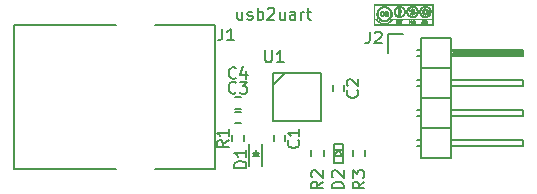
<source format=gto>
G04 #@! TF.FileFunction,Legend,Top*
%FSLAX46Y46*%
G04 Gerber Fmt 4.6, Leading zero omitted, Abs format (unit mm)*
G04 Created by KiCad (PCBNEW LL-2015-09-25-git:d09c0a2-llkicadgr) date Fri 25 Sep 2015 11:15:43 PM EEST*
%MOMM*%
G01*
G04 APERTURE LIST*
%ADD10C,0.150000*%
%ADD11C,0.200000*%
%ADD12C,0.002540*%
G04 APERTURE END LIST*
D10*
D11*
X143380952Y-97785714D02*
X143380952Y-98452381D01*
X142952380Y-97785714D02*
X142952380Y-98309524D01*
X142999999Y-98404762D01*
X143095237Y-98452381D01*
X143238095Y-98452381D01*
X143333333Y-98404762D01*
X143380952Y-98357143D01*
X143809523Y-98404762D02*
X143904761Y-98452381D01*
X144095237Y-98452381D01*
X144190476Y-98404762D01*
X144238095Y-98309524D01*
X144238095Y-98261905D01*
X144190476Y-98166667D01*
X144095237Y-98119048D01*
X143952380Y-98119048D01*
X143857142Y-98071429D01*
X143809523Y-97976190D01*
X143809523Y-97928571D01*
X143857142Y-97833333D01*
X143952380Y-97785714D01*
X144095237Y-97785714D01*
X144190476Y-97833333D01*
X144666666Y-98452381D02*
X144666666Y-97452381D01*
X144666666Y-97833333D02*
X144761904Y-97785714D01*
X144952381Y-97785714D01*
X145047619Y-97833333D01*
X145095238Y-97880952D01*
X145142857Y-97976190D01*
X145142857Y-98261905D01*
X145095238Y-98357143D01*
X145047619Y-98404762D01*
X144952381Y-98452381D01*
X144761904Y-98452381D01*
X144666666Y-98404762D01*
X145523809Y-97547619D02*
X145571428Y-97500000D01*
X145666666Y-97452381D01*
X145904762Y-97452381D01*
X146000000Y-97500000D01*
X146047619Y-97547619D01*
X146095238Y-97642857D01*
X146095238Y-97738095D01*
X146047619Y-97880952D01*
X145476190Y-98452381D01*
X146095238Y-98452381D01*
X146952381Y-97785714D02*
X146952381Y-98452381D01*
X146523809Y-97785714D02*
X146523809Y-98309524D01*
X146571428Y-98404762D01*
X146666666Y-98452381D01*
X146809524Y-98452381D01*
X146904762Y-98404762D01*
X146952381Y-98357143D01*
X147857143Y-98452381D02*
X147857143Y-97928571D01*
X147809524Y-97833333D01*
X147714286Y-97785714D01*
X147523809Y-97785714D01*
X147428571Y-97833333D01*
X147857143Y-98404762D02*
X147761905Y-98452381D01*
X147523809Y-98452381D01*
X147428571Y-98404762D01*
X147380952Y-98309524D01*
X147380952Y-98214286D01*
X147428571Y-98119048D01*
X147523809Y-98071429D01*
X147761905Y-98071429D01*
X147857143Y-98023810D01*
X148333333Y-98452381D02*
X148333333Y-97785714D01*
X148333333Y-97976190D02*
X148380952Y-97880952D01*
X148428571Y-97833333D01*
X148523809Y-97785714D01*
X148619048Y-97785714D01*
X148809524Y-97785714D02*
X149190476Y-97785714D01*
X148952381Y-97452381D02*
X148952381Y-98309524D01*
X149000000Y-98404762D01*
X149095238Y-98452381D01*
X149190476Y-98452381D01*
D12*
G36*
X159499360Y-98873760D02*
X159453640Y-98873760D01*
X159453640Y-98347980D01*
X159453640Y-97776480D01*
X159453640Y-97199900D01*
X159438400Y-97184660D01*
X159425700Y-97171960D01*
X157000000Y-97171960D01*
X154574300Y-97171960D01*
X154561600Y-97184660D01*
X154546360Y-97199900D01*
X154546360Y-97776480D01*
X154546360Y-98347980D01*
X154635260Y-98347980D01*
X154724160Y-98347980D01*
X154757180Y-98398780D01*
X154805440Y-98464820D01*
X154861320Y-98525780D01*
X154922280Y-98579120D01*
X154990860Y-98624840D01*
X155064520Y-98665480D01*
X155140720Y-98695960D01*
X155222000Y-98718820D01*
X155288040Y-98728980D01*
X155321060Y-98731520D01*
X155361700Y-98731520D01*
X155404880Y-98731520D01*
X155448060Y-98726440D01*
X155486160Y-98723900D01*
X155509020Y-98718820D01*
X155595380Y-98695960D01*
X155674120Y-98668020D01*
X155747780Y-98627380D01*
X155816360Y-98581660D01*
X155882400Y-98523240D01*
X155907800Y-98497840D01*
X155930660Y-98472440D01*
X155953520Y-98444500D01*
X155973840Y-98419100D01*
X155986540Y-98398780D01*
X156019560Y-98350520D01*
X157734060Y-98347980D01*
X159453640Y-98347980D01*
X159453640Y-98873760D01*
X159448560Y-98873760D01*
X159448560Y-98833120D01*
X159448560Y-98614680D01*
X159448560Y-98393700D01*
X157749300Y-98393700D01*
X156052580Y-98393700D01*
X156019560Y-98439420D01*
X155981460Y-98492760D01*
X155945900Y-98541020D01*
X155905260Y-98579120D01*
X155864620Y-98612140D01*
X155818900Y-98645160D01*
X155785880Y-98665480D01*
X155730000Y-98693420D01*
X155681740Y-98716280D01*
X155636020Y-98734060D01*
X155590300Y-98749300D01*
X155542040Y-98762000D01*
X155539500Y-98762000D01*
X155465840Y-98774700D01*
X155399800Y-98779780D01*
X155336300Y-98779780D01*
X155270260Y-98774700D01*
X155201680Y-98762000D01*
X155125480Y-98739140D01*
X155049280Y-98706120D01*
X154970540Y-98662940D01*
X154891800Y-98612140D01*
X154866400Y-98591820D01*
X154846080Y-98576580D01*
X154823220Y-98553720D01*
X154797820Y-98528320D01*
X154769880Y-98500380D01*
X154747020Y-98472440D01*
X154724160Y-98447040D01*
X154708920Y-98424180D01*
X154701300Y-98408940D01*
X154691140Y-98393700D01*
X154617480Y-98393700D01*
X154541280Y-98393700D01*
X154541280Y-98614680D01*
X154541280Y-98833120D01*
X156997460Y-98833120D01*
X159448560Y-98833120D01*
X159448560Y-98873760D01*
X157002540Y-98873760D01*
X154508260Y-98873760D01*
X154503180Y-98802640D01*
X154503180Y-98787400D01*
X154503180Y-98764540D01*
X154503180Y-98734060D01*
X154503180Y-98693420D01*
X154503180Y-98647700D01*
X154500640Y-98596900D01*
X154500640Y-98538480D01*
X154500640Y-98477520D01*
X154500640Y-98411480D01*
X154500640Y-98340360D01*
X154500640Y-98266700D01*
X154500640Y-98190500D01*
X154500640Y-98111760D01*
X154500640Y-98033020D01*
X154503180Y-97956820D01*
X154503180Y-97878080D01*
X154503180Y-97799340D01*
X154503180Y-97723140D01*
X154503180Y-97646940D01*
X154503180Y-97573280D01*
X154503180Y-97504700D01*
X154503180Y-97441200D01*
X154503180Y-97380240D01*
X154505720Y-97324360D01*
X154505720Y-97273560D01*
X154505720Y-97230380D01*
X154505720Y-97194820D01*
X154505720Y-97166880D01*
X154505720Y-97146560D01*
X154508260Y-97133860D01*
X154508260Y-97133860D01*
X154513340Y-97131320D01*
X154528580Y-97131320D01*
X154551440Y-97131320D01*
X154584460Y-97131320D01*
X154625100Y-97131320D01*
X154675900Y-97131320D01*
X154734320Y-97131320D01*
X154797820Y-97131320D01*
X154871480Y-97131320D01*
X154950220Y-97131320D01*
X155034040Y-97131320D01*
X155125480Y-97131320D01*
X155222000Y-97128780D01*
X155323600Y-97128780D01*
X155430280Y-97128780D01*
X155542040Y-97128780D01*
X155656340Y-97128780D01*
X155775720Y-97128780D01*
X155897640Y-97128780D01*
X156024640Y-97128780D01*
X156151640Y-97128780D01*
X156281180Y-97128780D01*
X156415800Y-97128780D01*
X156547880Y-97128780D01*
X156685040Y-97128780D01*
X156819660Y-97128780D01*
X156956820Y-97128780D01*
X157091440Y-97128780D01*
X157226060Y-97128780D01*
X157363220Y-97128780D01*
X157497840Y-97128780D01*
X157629920Y-97128780D01*
X157762000Y-97128780D01*
X157891540Y-97128780D01*
X158018540Y-97128780D01*
X158143000Y-97128780D01*
X158262380Y-97128780D01*
X158381760Y-97128780D01*
X158493520Y-97128780D01*
X158602740Y-97128780D01*
X158706880Y-97128780D01*
X158805940Y-97128780D01*
X158902460Y-97128780D01*
X158988820Y-97128780D01*
X159072640Y-97128780D01*
X159146300Y-97128780D01*
X159214880Y-97128780D01*
X159278380Y-97128780D01*
X159331720Y-97128780D01*
X159377440Y-97128780D01*
X159415540Y-97128780D01*
X159443480Y-97128780D01*
X159463800Y-97128780D01*
X159473960Y-97128780D01*
X159476500Y-97128780D01*
X159499360Y-97131320D01*
X159499360Y-98002540D01*
X159499360Y-98873760D01*
X159499360Y-98873760D01*
X159499360Y-98873760D01*
G37*
X159499360Y-98873760D02*
X159453640Y-98873760D01*
X159453640Y-98347980D01*
X159453640Y-97776480D01*
X159453640Y-97199900D01*
X159438400Y-97184660D01*
X159425700Y-97171960D01*
X157000000Y-97171960D01*
X154574300Y-97171960D01*
X154561600Y-97184660D01*
X154546360Y-97199900D01*
X154546360Y-97776480D01*
X154546360Y-98347980D01*
X154635260Y-98347980D01*
X154724160Y-98347980D01*
X154757180Y-98398780D01*
X154805440Y-98464820D01*
X154861320Y-98525780D01*
X154922280Y-98579120D01*
X154990860Y-98624840D01*
X155064520Y-98665480D01*
X155140720Y-98695960D01*
X155222000Y-98718820D01*
X155288040Y-98728980D01*
X155321060Y-98731520D01*
X155361700Y-98731520D01*
X155404880Y-98731520D01*
X155448060Y-98726440D01*
X155486160Y-98723900D01*
X155509020Y-98718820D01*
X155595380Y-98695960D01*
X155674120Y-98668020D01*
X155747780Y-98627380D01*
X155816360Y-98581660D01*
X155882400Y-98523240D01*
X155907800Y-98497840D01*
X155930660Y-98472440D01*
X155953520Y-98444500D01*
X155973840Y-98419100D01*
X155986540Y-98398780D01*
X156019560Y-98350520D01*
X157734060Y-98347980D01*
X159453640Y-98347980D01*
X159453640Y-98873760D01*
X159448560Y-98873760D01*
X159448560Y-98833120D01*
X159448560Y-98614680D01*
X159448560Y-98393700D01*
X157749300Y-98393700D01*
X156052580Y-98393700D01*
X156019560Y-98439420D01*
X155981460Y-98492760D01*
X155945900Y-98541020D01*
X155905260Y-98579120D01*
X155864620Y-98612140D01*
X155818900Y-98645160D01*
X155785880Y-98665480D01*
X155730000Y-98693420D01*
X155681740Y-98716280D01*
X155636020Y-98734060D01*
X155590300Y-98749300D01*
X155542040Y-98762000D01*
X155539500Y-98762000D01*
X155465840Y-98774700D01*
X155399800Y-98779780D01*
X155336300Y-98779780D01*
X155270260Y-98774700D01*
X155201680Y-98762000D01*
X155125480Y-98739140D01*
X155049280Y-98706120D01*
X154970540Y-98662940D01*
X154891800Y-98612140D01*
X154866400Y-98591820D01*
X154846080Y-98576580D01*
X154823220Y-98553720D01*
X154797820Y-98528320D01*
X154769880Y-98500380D01*
X154747020Y-98472440D01*
X154724160Y-98447040D01*
X154708920Y-98424180D01*
X154701300Y-98408940D01*
X154691140Y-98393700D01*
X154617480Y-98393700D01*
X154541280Y-98393700D01*
X154541280Y-98614680D01*
X154541280Y-98833120D01*
X156997460Y-98833120D01*
X159448560Y-98833120D01*
X159448560Y-98873760D01*
X157002540Y-98873760D01*
X154508260Y-98873760D01*
X154503180Y-98802640D01*
X154503180Y-98787400D01*
X154503180Y-98764540D01*
X154503180Y-98734060D01*
X154503180Y-98693420D01*
X154503180Y-98647700D01*
X154500640Y-98596900D01*
X154500640Y-98538480D01*
X154500640Y-98477520D01*
X154500640Y-98411480D01*
X154500640Y-98340360D01*
X154500640Y-98266700D01*
X154500640Y-98190500D01*
X154500640Y-98111760D01*
X154500640Y-98033020D01*
X154503180Y-97956820D01*
X154503180Y-97878080D01*
X154503180Y-97799340D01*
X154503180Y-97723140D01*
X154503180Y-97646940D01*
X154503180Y-97573280D01*
X154503180Y-97504700D01*
X154503180Y-97441200D01*
X154503180Y-97380240D01*
X154505720Y-97324360D01*
X154505720Y-97273560D01*
X154505720Y-97230380D01*
X154505720Y-97194820D01*
X154505720Y-97166880D01*
X154505720Y-97146560D01*
X154508260Y-97133860D01*
X154508260Y-97133860D01*
X154513340Y-97131320D01*
X154528580Y-97131320D01*
X154551440Y-97131320D01*
X154584460Y-97131320D01*
X154625100Y-97131320D01*
X154675900Y-97131320D01*
X154734320Y-97131320D01*
X154797820Y-97131320D01*
X154871480Y-97131320D01*
X154950220Y-97131320D01*
X155034040Y-97131320D01*
X155125480Y-97131320D01*
X155222000Y-97128780D01*
X155323600Y-97128780D01*
X155430280Y-97128780D01*
X155542040Y-97128780D01*
X155656340Y-97128780D01*
X155775720Y-97128780D01*
X155897640Y-97128780D01*
X156024640Y-97128780D01*
X156151640Y-97128780D01*
X156281180Y-97128780D01*
X156415800Y-97128780D01*
X156547880Y-97128780D01*
X156685040Y-97128780D01*
X156819660Y-97128780D01*
X156956820Y-97128780D01*
X157091440Y-97128780D01*
X157226060Y-97128780D01*
X157363220Y-97128780D01*
X157497840Y-97128780D01*
X157629920Y-97128780D01*
X157762000Y-97128780D01*
X157891540Y-97128780D01*
X158018540Y-97128780D01*
X158143000Y-97128780D01*
X158262380Y-97128780D01*
X158381760Y-97128780D01*
X158493520Y-97128780D01*
X158602740Y-97128780D01*
X158706880Y-97128780D01*
X158805940Y-97128780D01*
X158902460Y-97128780D01*
X158988820Y-97128780D01*
X159072640Y-97128780D01*
X159146300Y-97128780D01*
X159214880Y-97128780D01*
X159278380Y-97128780D01*
X159331720Y-97128780D01*
X159377440Y-97128780D01*
X159415540Y-97128780D01*
X159443480Y-97128780D01*
X159463800Y-97128780D01*
X159473960Y-97128780D01*
X159476500Y-97128780D01*
X159499360Y-97131320D01*
X159499360Y-98002540D01*
X159499360Y-98873760D01*
X159499360Y-98873760D01*
G36*
X157993140Y-98657860D02*
X157990600Y-98673100D01*
X157977900Y-98708660D01*
X157960120Y-98734060D01*
X157934720Y-98754380D01*
X157904240Y-98767080D01*
X157868680Y-98769620D01*
X157845820Y-98767080D01*
X157820420Y-98762000D01*
X157800100Y-98751840D01*
X157779780Y-98736600D01*
X157769620Y-98726440D01*
X157751840Y-98698500D01*
X157739140Y-98665480D01*
X157734060Y-98632460D01*
X157736600Y-98596900D01*
X157746760Y-98561340D01*
X157764540Y-98530860D01*
X157774700Y-98518160D01*
X157800100Y-98497840D01*
X157830580Y-98485140D01*
X157863600Y-98480060D01*
X157894080Y-98482600D01*
X157924560Y-98492760D01*
X157949960Y-98508000D01*
X157972820Y-98530860D01*
X157977900Y-98543560D01*
X157985520Y-98558800D01*
X157988060Y-98571500D01*
X157988060Y-98574040D01*
X157988060Y-98579120D01*
X157982980Y-98581660D01*
X157970280Y-98584200D01*
X157962660Y-98584200D01*
X157944880Y-98584200D01*
X157937260Y-98581660D01*
X157929640Y-98576580D01*
X157927100Y-98568960D01*
X157911860Y-98548640D01*
X157891540Y-98538480D01*
X157871220Y-98533400D01*
X157848360Y-98538480D01*
X157828040Y-98548640D01*
X157812800Y-98566420D01*
X157807720Y-98576580D01*
X157800100Y-98596900D01*
X157797560Y-98622300D01*
X157800100Y-98650240D01*
X157805180Y-98673100D01*
X157807720Y-98678180D01*
X157822960Y-98698500D01*
X157843280Y-98711200D01*
X157866140Y-98718820D01*
X157889000Y-98716280D01*
X157899160Y-98711200D01*
X157911860Y-98701040D01*
X157922020Y-98685800D01*
X157929640Y-98670560D01*
X157929640Y-98665480D01*
X157929640Y-98662940D01*
X157937260Y-98660400D01*
X157952500Y-98657860D01*
X157960120Y-98657860D01*
X157993140Y-98657860D01*
X157993140Y-98657860D01*
X157993140Y-98657860D01*
G37*
X157993140Y-98657860D02*
X157990600Y-98673100D01*
X157977900Y-98708660D01*
X157960120Y-98734060D01*
X157934720Y-98754380D01*
X157904240Y-98767080D01*
X157868680Y-98769620D01*
X157845820Y-98767080D01*
X157820420Y-98762000D01*
X157800100Y-98751840D01*
X157779780Y-98736600D01*
X157769620Y-98726440D01*
X157751840Y-98698500D01*
X157739140Y-98665480D01*
X157734060Y-98632460D01*
X157736600Y-98596900D01*
X157746760Y-98561340D01*
X157764540Y-98530860D01*
X157774700Y-98518160D01*
X157800100Y-98497840D01*
X157830580Y-98485140D01*
X157863600Y-98480060D01*
X157894080Y-98482600D01*
X157924560Y-98492760D01*
X157949960Y-98508000D01*
X157972820Y-98530860D01*
X157977900Y-98543560D01*
X157985520Y-98558800D01*
X157988060Y-98571500D01*
X157988060Y-98574040D01*
X157988060Y-98579120D01*
X157982980Y-98581660D01*
X157970280Y-98584200D01*
X157962660Y-98584200D01*
X157944880Y-98584200D01*
X157937260Y-98581660D01*
X157929640Y-98576580D01*
X157927100Y-98568960D01*
X157911860Y-98548640D01*
X157891540Y-98538480D01*
X157871220Y-98533400D01*
X157848360Y-98538480D01*
X157828040Y-98548640D01*
X157812800Y-98566420D01*
X157807720Y-98576580D01*
X157800100Y-98596900D01*
X157797560Y-98622300D01*
X157800100Y-98650240D01*
X157805180Y-98673100D01*
X157807720Y-98678180D01*
X157822960Y-98698500D01*
X157843280Y-98711200D01*
X157866140Y-98718820D01*
X157889000Y-98716280D01*
X157899160Y-98711200D01*
X157911860Y-98701040D01*
X157922020Y-98685800D01*
X157929640Y-98670560D01*
X157929640Y-98665480D01*
X157929640Y-98662940D01*
X157937260Y-98660400D01*
X157952500Y-98657860D01*
X157960120Y-98657860D01*
X157993140Y-98657860D01*
X157993140Y-98657860D01*
G36*
X158767840Y-98693420D02*
X158762760Y-98713740D01*
X158752600Y-98731520D01*
X158747520Y-98736600D01*
X158729740Y-98751840D01*
X158701800Y-98764540D01*
X158671320Y-98769620D01*
X158640840Y-98769620D01*
X158635760Y-98769620D01*
X158600200Y-98762000D01*
X158572260Y-98746760D01*
X158551940Y-98726440D01*
X158539240Y-98701040D01*
X158539240Y-98698500D01*
X158536700Y-98683260D01*
X158539240Y-98673100D01*
X158546860Y-98670560D01*
X158564640Y-98670560D01*
X158569720Y-98670560D01*
X158584960Y-98670560D01*
X158592580Y-98673100D01*
X158597660Y-98680720D01*
X158600200Y-98688340D01*
X158610360Y-98706120D01*
X158628140Y-98718820D01*
X158648460Y-98723900D01*
X158673860Y-98721360D01*
X158686560Y-98716280D01*
X158701800Y-98708660D01*
X158709420Y-98695960D01*
X158706880Y-98683260D01*
X158704340Y-98675640D01*
X158696720Y-98668020D01*
X158684020Y-98662940D01*
X158663700Y-98655320D01*
X158638300Y-98645160D01*
X158623060Y-98642620D01*
X158600200Y-98635000D01*
X158582420Y-98627380D01*
X158572260Y-98619760D01*
X158564640Y-98612140D01*
X158549400Y-98589280D01*
X158544320Y-98566420D01*
X158546860Y-98543560D01*
X158557020Y-98523240D01*
X158574800Y-98505460D01*
X158595120Y-98492760D01*
X158620520Y-98482600D01*
X158651000Y-98480060D01*
X158678940Y-98482600D01*
X158709420Y-98492760D01*
X158734820Y-98508000D01*
X158750060Y-98528320D01*
X158757680Y-98553720D01*
X158757680Y-98553720D01*
X158760220Y-98574040D01*
X158732280Y-98574040D01*
X158714500Y-98574040D01*
X158706880Y-98571500D01*
X158701800Y-98566420D01*
X158696720Y-98558800D01*
X158689100Y-98543560D01*
X158671320Y-98533400D01*
X158653540Y-98528320D01*
X158633220Y-98530860D01*
X158617980Y-98538480D01*
X158615440Y-98541020D01*
X158607820Y-98551180D01*
X158605280Y-98561340D01*
X158610360Y-98568960D01*
X158612900Y-98574040D01*
X158623060Y-98579120D01*
X158643380Y-98589280D01*
X158673860Y-98596900D01*
X158676400Y-98596900D01*
X158709420Y-98609600D01*
X158734820Y-98619760D01*
X158750060Y-98632460D01*
X158762760Y-98647700D01*
X158767840Y-98665480D01*
X158767840Y-98670560D01*
X158767840Y-98693420D01*
X158767840Y-98693420D01*
X158767840Y-98693420D01*
G37*
X158767840Y-98693420D02*
X158762760Y-98713740D01*
X158752600Y-98731520D01*
X158747520Y-98736600D01*
X158729740Y-98751840D01*
X158701800Y-98764540D01*
X158671320Y-98769620D01*
X158640840Y-98769620D01*
X158635760Y-98769620D01*
X158600200Y-98762000D01*
X158572260Y-98746760D01*
X158551940Y-98726440D01*
X158539240Y-98701040D01*
X158539240Y-98698500D01*
X158536700Y-98683260D01*
X158539240Y-98673100D01*
X158546860Y-98670560D01*
X158564640Y-98670560D01*
X158569720Y-98670560D01*
X158584960Y-98670560D01*
X158592580Y-98673100D01*
X158597660Y-98680720D01*
X158600200Y-98688340D01*
X158610360Y-98706120D01*
X158628140Y-98718820D01*
X158648460Y-98723900D01*
X158673860Y-98721360D01*
X158686560Y-98716280D01*
X158701800Y-98708660D01*
X158709420Y-98695960D01*
X158706880Y-98683260D01*
X158704340Y-98675640D01*
X158696720Y-98668020D01*
X158684020Y-98662940D01*
X158663700Y-98655320D01*
X158638300Y-98645160D01*
X158623060Y-98642620D01*
X158600200Y-98635000D01*
X158582420Y-98627380D01*
X158572260Y-98619760D01*
X158564640Y-98612140D01*
X158549400Y-98589280D01*
X158544320Y-98566420D01*
X158546860Y-98543560D01*
X158557020Y-98523240D01*
X158574800Y-98505460D01*
X158595120Y-98492760D01*
X158620520Y-98482600D01*
X158651000Y-98480060D01*
X158678940Y-98482600D01*
X158709420Y-98492760D01*
X158734820Y-98508000D01*
X158750060Y-98528320D01*
X158757680Y-98553720D01*
X158757680Y-98553720D01*
X158760220Y-98574040D01*
X158732280Y-98574040D01*
X158714500Y-98574040D01*
X158706880Y-98571500D01*
X158701800Y-98566420D01*
X158696720Y-98558800D01*
X158689100Y-98543560D01*
X158671320Y-98533400D01*
X158653540Y-98528320D01*
X158633220Y-98530860D01*
X158617980Y-98538480D01*
X158615440Y-98541020D01*
X158607820Y-98551180D01*
X158605280Y-98561340D01*
X158610360Y-98568960D01*
X158612900Y-98574040D01*
X158623060Y-98579120D01*
X158643380Y-98589280D01*
X158673860Y-98596900D01*
X158676400Y-98596900D01*
X158709420Y-98609600D01*
X158734820Y-98619760D01*
X158750060Y-98632460D01*
X158762760Y-98647700D01*
X158767840Y-98665480D01*
X158767840Y-98670560D01*
X158767840Y-98693420D01*
X158767840Y-98693420D01*
G36*
X156619000Y-98693420D02*
X156611380Y-98718820D01*
X156596140Y-98741680D01*
X156573280Y-98754380D01*
X156565660Y-98756920D01*
X156555500Y-98759460D01*
X156555500Y-98678180D01*
X156555500Y-98662940D01*
X156547880Y-98652780D01*
X156545340Y-98652780D01*
X156545340Y-98563880D01*
X156540260Y-98551180D01*
X156537720Y-98546100D01*
X156530100Y-98541020D01*
X156517400Y-98538480D01*
X156497080Y-98538480D01*
X156492000Y-98538480D01*
X156451360Y-98538480D01*
X156451360Y-98553720D01*
X156448820Y-98571500D01*
X156451360Y-98584200D01*
X156451360Y-98591820D01*
X156453900Y-98596900D01*
X156461520Y-98599440D01*
X156476760Y-98599440D01*
X156486920Y-98599440D01*
X156512320Y-98596900D01*
X156530100Y-98594360D01*
X156535180Y-98591820D01*
X156542800Y-98579120D01*
X156545340Y-98563880D01*
X156545340Y-98652780D01*
X156535180Y-98647700D01*
X156517400Y-98645160D01*
X156492000Y-98642620D01*
X156451360Y-98642620D01*
X156451360Y-98678180D01*
X156451360Y-98713740D01*
X156494540Y-98713740D01*
X156517400Y-98713740D01*
X156532640Y-98711200D01*
X156542800Y-98708660D01*
X156547880Y-98706120D01*
X156555500Y-98693420D01*
X156555500Y-98678180D01*
X156555500Y-98759460D01*
X156552960Y-98759460D01*
X156540260Y-98762000D01*
X156519940Y-98762000D01*
X156494540Y-98764540D01*
X156469140Y-98764540D01*
X156385320Y-98764540D01*
X156385320Y-98627380D01*
X156385320Y-98487680D01*
X156469140Y-98487680D01*
X156504700Y-98490220D01*
X156532640Y-98490220D01*
X156552960Y-98492760D01*
X156568200Y-98495300D01*
X156580900Y-98500380D01*
X156588520Y-98508000D01*
X156593600Y-98513080D01*
X156601220Y-98525780D01*
X156603760Y-98546100D01*
X156606300Y-98566420D01*
X156603760Y-98576580D01*
X156598680Y-98589280D01*
X156588520Y-98601980D01*
X156585980Y-98601980D01*
X156578360Y-98612140D01*
X156578360Y-98617220D01*
X156580900Y-98617220D01*
X156593600Y-98627380D01*
X156608840Y-98640080D01*
X156616460Y-98657860D01*
X156619000Y-98665480D01*
X156619000Y-98693420D01*
X156619000Y-98693420D01*
X156619000Y-98693420D01*
G37*
X156619000Y-98693420D02*
X156611380Y-98718820D01*
X156596140Y-98741680D01*
X156573280Y-98754380D01*
X156565660Y-98756920D01*
X156555500Y-98759460D01*
X156555500Y-98678180D01*
X156555500Y-98662940D01*
X156547880Y-98652780D01*
X156545340Y-98652780D01*
X156545340Y-98563880D01*
X156540260Y-98551180D01*
X156537720Y-98546100D01*
X156530100Y-98541020D01*
X156517400Y-98538480D01*
X156497080Y-98538480D01*
X156492000Y-98538480D01*
X156451360Y-98538480D01*
X156451360Y-98553720D01*
X156448820Y-98571500D01*
X156451360Y-98584200D01*
X156451360Y-98591820D01*
X156453900Y-98596900D01*
X156461520Y-98599440D01*
X156476760Y-98599440D01*
X156486920Y-98599440D01*
X156512320Y-98596900D01*
X156530100Y-98594360D01*
X156535180Y-98591820D01*
X156542800Y-98579120D01*
X156545340Y-98563880D01*
X156545340Y-98652780D01*
X156535180Y-98647700D01*
X156517400Y-98645160D01*
X156492000Y-98642620D01*
X156451360Y-98642620D01*
X156451360Y-98678180D01*
X156451360Y-98713740D01*
X156494540Y-98713740D01*
X156517400Y-98713740D01*
X156532640Y-98711200D01*
X156542800Y-98708660D01*
X156547880Y-98706120D01*
X156555500Y-98693420D01*
X156555500Y-98678180D01*
X156555500Y-98759460D01*
X156552960Y-98759460D01*
X156540260Y-98762000D01*
X156519940Y-98762000D01*
X156494540Y-98764540D01*
X156469140Y-98764540D01*
X156385320Y-98764540D01*
X156385320Y-98627380D01*
X156385320Y-98487680D01*
X156469140Y-98487680D01*
X156504700Y-98490220D01*
X156532640Y-98490220D01*
X156552960Y-98492760D01*
X156568200Y-98495300D01*
X156580900Y-98500380D01*
X156588520Y-98508000D01*
X156593600Y-98513080D01*
X156601220Y-98525780D01*
X156603760Y-98546100D01*
X156606300Y-98566420D01*
X156603760Y-98576580D01*
X156598680Y-98589280D01*
X156588520Y-98601980D01*
X156585980Y-98601980D01*
X156578360Y-98612140D01*
X156578360Y-98617220D01*
X156580900Y-98617220D01*
X156593600Y-98627380D01*
X156608840Y-98640080D01*
X156616460Y-98657860D01*
X156619000Y-98665480D01*
X156619000Y-98693420D01*
X156619000Y-98693420D01*
G36*
X156895860Y-98487680D02*
X156842520Y-98576580D01*
X156791720Y-98662940D01*
X156791720Y-98713740D01*
X156791720Y-98764540D01*
X156761240Y-98764540D01*
X156730760Y-98764540D01*
X156730760Y-98711200D01*
X156730760Y-98657860D01*
X156682500Y-98576580D01*
X156667260Y-98551180D01*
X156654560Y-98528320D01*
X156644400Y-98510540D01*
X156636780Y-98497840D01*
X156631700Y-98492760D01*
X156636780Y-98490220D01*
X156646940Y-98490220D01*
X156664720Y-98487680D01*
X156664720Y-98487680D01*
X156700280Y-98487680D01*
X156730760Y-98541020D01*
X156746000Y-98566420D01*
X156756160Y-98581660D01*
X156763780Y-98589280D01*
X156766320Y-98589280D01*
X156771400Y-98581660D01*
X156779020Y-98568960D01*
X156789180Y-98548640D01*
X156796800Y-98535940D01*
X156824740Y-98490220D01*
X156860300Y-98490220D01*
X156895860Y-98487680D01*
X156895860Y-98487680D01*
X156895860Y-98487680D01*
G37*
X156895860Y-98487680D02*
X156842520Y-98576580D01*
X156791720Y-98662940D01*
X156791720Y-98713740D01*
X156791720Y-98764540D01*
X156761240Y-98764540D01*
X156730760Y-98764540D01*
X156730760Y-98711200D01*
X156730760Y-98657860D01*
X156682500Y-98576580D01*
X156667260Y-98551180D01*
X156654560Y-98528320D01*
X156644400Y-98510540D01*
X156636780Y-98497840D01*
X156631700Y-98492760D01*
X156636780Y-98490220D01*
X156646940Y-98490220D01*
X156664720Y-98487680D01*
X156664720Y-98487680D01*
X156700280Y-98487680D01*
X156730760Y-98541020D01*
X156746000Y-98566420D01*
X156756160Y-98581660D01*
X156763780Y-98589280D01*
X156766320Y-98589280D01*
X156771400Y-98581660D01*
X156779020Y-98568960D01*
X156789180Y-98548640D01*
X156796800Y-98535940D01*
X156824740Y-98490220D01*
X156860300Y-98490220D01*
X156895860Y-98487680D01*
X156895860Y-98487680D01*
G36*
X157693420Y-98764540D02*
X157662940Y-98764540D01*
X157632460Y-98764540D01*
X157576580Y-98675640D01*
X157520700Y-98586740D01*
X157520700Y-98675640D01*
X157518160Y-98764540D01*
X157487680Y-98764540D01*
X157459740Y-98764540D01*
X157459740Y-98627380D01*
X157459740Y-98487680D01*
X157490220Y-98487680D01*
X157523240Y-98487680D01*
X157576580Y-98576580D01*
X157591820Y-98601980D01*
X157607060Y-98624840D01*
X157619760Y-98642620D01*
X157627380Y-98655320D01*
X157632460Y-98660400D01*
X157632460Y-98660400D01*
X157632460Y-98655320D01*
X157635000Y-98642620D01*
X157635000Y-98622300D01*
X157635000Y-98596900D01*
X157635000Y-98574040D01*
X157632460Y-98487680D01*
X157662940Y-98487680D01*
X157693420Y-98487680D01*
X157693420Y-98627380D01*
X157693420Y-98764540D01*
X157693420Y-98764540D01*
X157693420Y-98764540D01*
G37*
X157693420Y-98764540D02*
X157662940Y-98764540D01*
X157632460Y-98764540D01*
X157576580Y-98675640D01*
X157520700Y-98586740D01*
X157520700Y-98675640D01*
X157518160Y-98764540D01*
X157487680Y-98764540D01*
X157459740Y-98764540D01*
X157459740Y-98627380D01*
X157459740Y-98487680D01*
X157490220Y-98487680D01*
X157523240Y-98487680D01*
X157576580Y-98576580D01*
X157591820Y-98601980D01*
X157607060Y-98624840D01*
X157619760Y-98642620D01*
X157627380Y-98655320D01*
X157632460Y-98660400D01*
X157632460Y-98660400D01*
X157632460Y-98655320D01*
X157635000Y-98642620D01*
X157635000Y-98622300D01*
X157635000Y-98596900D01*
X157635000Y-98574040D01*
X157632460Y-98487680D01*
X157662940Y-98487680D01*
X157693420Y-98487680D01*
X157693420Y-98627380D01*
X157693420Y-98764540D01*
X157693420Y-98764540D01*
G36*
X159044700Y-98759460D02*
X159039620Y-98762000D01*
X159026920Y-98764540D01*
X159011680Y-98764540D01*
X158981200Y-98764540D01*
X158971040Y-98734060D01*
X158963420Y-98703580D01*
X158943100Y-98703580D01*
X158943100Y-98652780D01*
X158927860Y-98609600D01*
X158920240Y-98589280D01*
X158915160Y-98574040D01*
X158910080Y-98568960D01*
X158910080Y-98566420D01*
X158905000Y-98574040D01*
X158899920Y-98586740D01*
X158894840Y-98601980D01*
X158887220Y-98619760D01*
X158882140Y-98635000D01*
X158879600Y-98647700D01*
X158879600Y-98650240D01*
X158884680Y-98652780D01*
X158894840Y-98652780D01*
X158910080Y-98652780D01*
X158943100Y-98652780D01*
X158943100Y-98703580D01*
X158910080Y-98703580D01*
X158859280Y-98703580D01*
X158849120Y-98734060D01*
X158836420Y-98764540D01*
X158805940Y-98764540D01*
X158775460Y-98764540D01*
X158826260Y-98627380D01*
X158877060Y-98490220D01*
X158912620Y-98490220D01*
X158945640Y-98490220D01*
X158993900Y-98624840D01*
X159006600Y-98657860D01*
X159019300Y-98688340D01*
X159029460Y-98716280D01*
X159037080Y-98739140D01*
X159042160Y-98751840D01*
X159044700Y-98759460D01*
X159044700Y-98759460D01*
X159044700Y-98759460D01*
X159044700Y-98759460D01*
G37*
X159044700Y-98759460D02*
X159039620Y-98762000D01*
X159026920Y-98764540D01*
X159011680Y-98764540D01*
X158981200Y-98764540D01*
X158971040Y-98734060D01*
X158963420Y-98703580D01*
X158943100Y-98703580D01*
X158943100Y-98652780D01*
X158927860Y-98609600D01*
X158920240Y-98589280D01*
X158915160Y-98574040D01*
X158910080Y-98568960D01*
X158910080Y-98566420D01*
X158905000Y-98574040D01*
X158899920Y-98586740D01*
X158894840Y-98601980D01*
X158887220Y-98619760D01*
X158882140Y-98635000D01*
X158879600Y-98647700D01*
X158879600Y-98650240D01*
X158884680Y-98652780D01*
X158894840Y-98652780D01*
X158910080Y-98652780D01*
X158943100Y-98652780D01*
X158943100Y-98703580D01*
X158910080Y-98703580D01*
X158859280Y-98703580D01*
X158849120Y-98734060D01*
X158836420Y-98764540D01*
X158805940Y-98764540D01*
X158775460Y-98764540D01*
X158826260Y-98627380D01*
X158877060Y-98490220D01*
X158912620Y-98490220D01*
X158945640Y-98490220D01*
X158993900Y-98624840D01*
X159006600Y-98657860D01*
X159019300Y-98688340D01*
X159029460Y-98716280D01*
X159037080Y-98739140D01*
X159042160Y-98751840D01*
X159044700Y-98759460D01*
X159044700Y-98759460D01*
X159044700Y-98759460D01*
G36*
X156019560Y-97931420D02*
X156019560Y-97966980D01*
X156017020Y-98012700D01*
X156014480Y-98055880D01*
X156006860Y-98093980D01*
X155999240Y-98129540D01*
X155986540Y-98165100D01*
X155976380Y-98190500D01*
X155945900Y-98256540D01*
X155905260Y-98317500D01*
X155905260Y-98317500D01*
X155905260Y-97931420D01*
X155900180Y-97862840D01*
X155884940Y-97794260D01*
X155862080Y-97730760D01*
X155831600Y-97667260D01*
X155790960Y-97611380D01*
X155745240Y-97558040D01*
X155689360Y-97512320D01*
X155628400Y-97471680D01*
X155625860Y-97469140D01*
X155564900Y-97441200D01*
X155501400Y-97420880D01*
X155435360Y-97410720D01*
X155366780Y-97408180D01*
X155298200Y-97413260D01*
X155232160Y-97425960D01*
X155168660Y-97446280D01*
X155128020Y-97466600D01*
X155069600Y-97502160D01*
X155016260Y-97545340D01*
X154970540Y-97596140D01*
X154927360Y-97649480D01*
X154894340Y-97707900D01*
X154866400Y-97768860D01*
X154856240Y-97804420D01*
X154841000Y-97875540D01*
X154838460Y-97946660D01*
X154843540Y-98015240D01*
X154858780Y-98083820D01*
X154881640Y-98147320D01*
X154917200Y-98210820D01*
X154957840Y-98269240D01*
X155008640Y-98322580D01*
X155067060Y-98370840D01*
X155125480Y-98408940D01*
X155188980Y-98439420D01*
X155255020Y-98459740D01*
X155323600Y-98469900D01*
X155397260Y-98469900D01*
X155463300Y-98462280D01*
X155524260Y-98449580D01*
X155585220Y-98426720D01*
X155643640Y-98396240D01*
X155696980Y-98358140D01*
X155747780Y-98314960D01*
X155793500Y-98266700D01*
X155829060Y-98213360D01*
X155859540Y-98160020D01*
X155867160Y-98142240D01*
X155890020Y-98071120D01*
X155902720Y-98000000D01*
X155905260Y-97931420D01*
X155905260Y-98317500D01*
X155859540Y-98373380D01*
X155806200Y-98426720D01*
X155747780Y-98472440D01*
X155684280Y-98510540D01*
X155618240Y-98543560D01*
X155552200Y-98566420D01*
X155481080Y-98581660D01*
X155448060Y-98586740D01*
X155417580Y-98589280D01*
X155392180Y-98589280D01*
X155369320Y-98591820D01*
X155351540Y-98591820D01*
X155331220Y-98589280D01*
X155313440Y-98589280D01*
X155237240Y-98579120D01*
X155163580Y-98558800D01*
X155095000Y-98530860D01*
X155028960Y-98492760D01*
X154965460Y-98447040D01*
X154904500Y-98388620D01*
X154904500Y-98388620D01*
X154851160Y-98327660D01*
X154805440Y-98264160D01*
X154772420Y-98198120D01*
X154747020Y-98129540D01*
X154729240Y-98055880D01*
X154721620Y-97982220D01*
X154721620Y-97941580D01*
X154724160Y-97870460D01*
X154734320Y-97801880D01*
X154749560Y-97740920D01*
X154772420Y-97677420D01*
X154792740Y-97639320D01*
X154833380Y-97573280D01*
X154881640Y-97509780D01*
X154934980Y-97453900D01*
X154995940Y-97405640D01*
X155061980Y-97365000D01*
X155130560Y-97331980D01*
X155201680Y-97306580D01*
X155247400Y-97296420D01*
X155280420Y-97293880D01*
X155321060Y-97291340D01*
X155364240Y-97288800D01*
X155407420Y-97291340D01*
X155450600Y-97291340D01*
X155486160Y-97296420D01*
X155493780Y-97298960D01*
X155569980Y-97316740D01*
X155641100Y-97344680D01*
X155709680Y-97380240D01*
X155773180Y-97423420D01*
X155831600Y-97474220D01*
X155882400Y-97530100D01*
X155928120Y-97593600D01*
X155963680Y-97662180D01*
X155991620Y-97733300D01*
X155996700Y-97751080D01*
X156006860Y-97786640D01*
X156014480Y-97819660D01*
X156017020Y-97852680D01*
X156019560Y-97890780D01*
X156019560Y-97931420D01*
X156019560Y-97931420D01*
X156019560Y-97931420D01*
G37*
X156019560Y-97931420D02*
X156019560Y-97966980D01*
X156017020Y-98012700D01*
X156014480Y-98055880D01*
X156006860Y-98093980D01*
X155999240Y-98129540D01*
X155986540Y-98165100D01*
X155976380Y-98190500D01*
X155945900Y-98256540D01*
X155905260Y-98317500D01*
X155905260Y-98317500D01*
X155905260Y-97931420D01*
X155900180Y-97862840D01*
X155884940Y-97794260D01*
X155862080Y-97730760D01*
X155831600Y-97667260D01*
X155790960Y-97611380D01*
X155745240Y-97558040D01*
X155689360Y-97512320D01*
X155628400Y-97471680D01*
X155625860Y-97469140D01*
X155564900Y-97441200D01*
X155501400Y-97420880D01*
X155435360Y-97410720D01*
X155366780Y-97408180D01*
X155298200Y-97413260D01*
X155232160Y-97425960D01*
X155168660Y-97446280D01*
X155128020Y-97466600D01*
X155069600Y-97502160D01*
X155016260Y-97545340D01*
X154970540Y-97596140D01*
X154927360Y-97649480D01*
X154894340Y-97707900D01*
X154866400Y-97768860D01*
X154856240Y-97804420D01*
X154841000Y-97875540D01*
X154838460Y-97946660D01*
X154843540Y-98015240D01*
X154858780Y-98083820D01*
X154881640Y-98147320D01*
X154917200Y-98210820D01*
X154957840Y-98269240D01*
X155008640Y-98322580D01*
X155067060Y-98370840D01*
X155125480Y-98408940D01*
X155188980Y-98439420D01*
X155255020Y-98459740D01*
X155323600Y-98469900D01*
X155397260Y-98469900D01*
X155463300Y-98462280D01*
X155524260Y-98449580D01*
X155585220Y-98426720D01*
X155643640Y-98396240D01*
X155696980Y-98358140D01*
X155747780Y-98314960D01*
X155793500Y-98266700D01*
X155829060Y-98213360D01*
X155859540Y-98160020D01*
X155867160Y-98142240D01*
X155890020Y-98071120D01*
X155902720Y-98000000D01*
X155905260Y-97931420D01*
X155905260Y-98317500D01*
X155859540Y-98373380D01*
X155806200Y-98426720D01*
X155747780Y-98472440D01*
X155684280Y-98510540D01*
X155618240Y-98543560D01*
X155552200Y-98566420D01*
X155481080Y-98581660D01*
X155448060Y-98586740D01*
X155417580Y-98589280D01*
X155392180Y-98589280D01*
X155369320Y-98591820D01*
X155351540Y-98591820D01*
X155331220Y-98589280D01*
X155313440Y-98589280D01*
X155237240Y-98579120D01*
X155163580Y-98558800D01*
X155095000Y-98530860D01*
X155028960Y-98492760D01*
X154965460Y-98447040D01*
X154904500Y-98388620D01*
X154904500Y-98388620D01*
X154851160Y-98327660D01*
X154805440Y-98264160D01*
X154772420Y-98198120D01*
X154747020Y-98129540D01*
X154729240Y-98055880D01*
X154721620Y-97982220D01*
X154721620Y-97941580D01*
X154724160Y-97870460D01*
X154734320Y-97801880D01*
X154749560Y-97740920D01*
X154772420Y-97677420D01*
X154792740Y-97639320D01*
X154833380Y-97573280D01*
X154881640Y-97509780D01*
X154934980Y-97453900D01*
X154995940Y-97405640D01*
X155061980Y-97365000D01*
X155130560Y-97331980D01*
X155201680Y-97306580D01*
X155247400Y-97296420D01*
X155280420Y-97293880D01*
X155321060Y-97291340D01*
X155364240Y-97288800D01*
X155407420Y-97291340D01*
X155450600Y-97291340D01*
X155486160Y-97296420D01*
X155493780Y-97298960D01*
X155569980Y-97316740D01*
X155641100Y-97344680D01*
X155709680Y-97380240D01*
X155773180Y-97423420D01*
X155831600Y-97474220D01*
X155882400Y-97530100D01*
X155928120Y-97593600D01*
X155963680Y-97662180D01*
X155991620Y-97733300D01*
X155996700Y-97751080D01*
X156006860Y-97786640D01*
X156014480Y-97819660D01*
X156017020Y-97852680D01*
X156019560Y-97890780D01*
X156019560Y-97931420D01*
X156019560Y-97931420D01*
G36*
X157137160Y-97738380D02*
X157137160Y-97784100D01*
X157132080Y-97827280D01*
X157127000Y-97867920D01*
X157124460Y-97878080D01*
X157111760Y-97916180D01*
X157093980Y-97956820D01*
X157073660Y-97997460D01*
X157053340Y-98027940D01*
X157048260Y-98033020D01*
X157048260Y-97751080D01*
X157045720Y-97697740D01*
X157038100Y-97649480D01*
X157022860Y-97603760D01*
X157012700Y-97578360D01*
X156984760Y-97530100D01*
X156949200Y-97484380D01*
X156903480Y-97443740D01*
X156855220Y-97408180D01*
X156801880Y-97382780D01*
X156771400Y-97370080D01*
X156753620Y-97365000D01*
X156738380Y-97362460D01*
X156720600Y-97359920D01*
X156700280Y-97359920D01*
X156672340Y-97359920D01*
X156659640Y-97359920D01*
X156626620Y-97359920D01*
X156603760Y-97359920D01*
X156585980Y-97362460D01*
X156570740Y-97365000D01*
X156552960Y-97367540D01*
X156545340Y-97370080D01*
X156489460Y-97392940D01*
X156436120Y-97425960D01*
X156387860Y-97464060D01*
X156347220Y-97509780D01*
X156311660Y-97560580D01*
X156286260Y-97619000D01*
X156276100Y-97649480D01*
X156268480Y-97682500D01*
X156265940Y-97720600D01*
X156263400Y-97758700D01*
X156265940Y-97799340D01*
X156271020Y-97832360D01*
X156273560Y-97845060D01*
X156293880Y-97903480D01*
X156324360Y-97959360D01*
X156362460Y-98007620D01*
X156408180Y-98050800D01*
X156433580Y-98071120D01*
X156486920Y-98104140D01*
X156542800Y-98127000D01*
X156603760Y-98139700D01*
X156664720Y-98142240D01*
X156715520Y-98139700D01*
X156761240Y-98129540D01*
X156806960Y-98111760D01*
X156850140Y-98091440D01*
X156862840Y-98086360D01*
X156878080Y-98073660D01*
X156898400Y-98058420D01*
X156921260Y-98038100D01*
X156941580Y-98020320D01*
X156941580Y-98017780D01*
X156964440Y-97997460D01*
X156979680Y-97979680D01*
X156992380Y-97961900D01*
X157002540Y-97941580D01*
X157007620Y-97931420D01*
X157027940Y-97885700D01*
X157040640Y-97845060D01*
X157045720Y-97799340D01*
X157048260Y-97751080D01*
X157048260Y-98033020D01*
X157048260Y-98038100D01*
X157005080Y-98083820D01*
X156959360Y-98127000D01*
X156903480Y-98165100D01*
X156847600Y-98195580D01*
X156789180Y-98215900D01*
X156776480Y-98218440D01*
X156746000Y-98223520D01*
X156710440Y-98228600D01*
X156674880Y-98231140D01*
X156636780Y-98231140D01*
X156603760Y-98231140D01*
X156583440Y-98228600D01*
X156517400Y-98213360D01*
X156456440Y-98187960D01*
X156395480Y-98154940D01*
X156339600Y-98111760D01*
X156316740Y-98088900D01*
X156271020Y-98035560D01*
X156232920Y-97982220D01*
X156202440Y-97921260D01*
X156187200Y-97870460D01*
X156182120Y-97850140D01*
X156179580Y-97829820D01*
X156177040Y-97806960D01*
X156174500Y-97784100D01*
X156174500Y-97753620D01*
X156177040Y-97707900D01*
X156179580Y-97669800D01*
X156182120Y-97646940D01*
X156202440Y-97583440D01*
X156230380Y-97522480D01*
X156265940Y-97466600D01*
X156309120Y-97415800D01*
X156357380Y-97370080D01*
X156410720Y-97331980D01*
X156469140Y-97301500D01*
X156532640Y-97281180D01*
X156545340Y-97278640D01*
X156575820Y-97273560D01*
X156611380Y-97268480D01*
X156652020Y-97268480D01*
X156695200Y-97268480D01*
X156733300Y-97271020D01*
X156766320Y-97276100D01*
X156784100Y-97281180D01*
X156847600Y-97304040D01*
X156908560Y-97334520D01*
X156964440Y-97372620D01*
X157010160Y-97418340D01*
X157050800Y-97471680D01*
X157086360Y-97527560D01*
X157114300Y-97591060D01*
X157132080Y-97657100D01*
X157132080Y-97659640D01*
X157137160Y-97697740D01*
X157137160Y-97738380D01*
X157137160Y-97738380D01*
X157137160Y-97738380D01*
G37*
X157137160Y-97738380D02*
X157137160Y-97784100D01*
X157132080Y-97827280D01*
X157127000Y-97867920D01*
X157124460Y-97878080D01*
X157111760Y-97916180D01*
X157093980Y-97956820D01*
X157073660Y-97997460D01*
X157053340Y-98027940D01*
X157048260Y-98033020D01*
X157048260Y-97751080D01*
X157045720Y-97697740D01*
X157038100Y-97649480D01*
X157022860Y-97603760D01*
X157012700Y-97578360D01*
X156984760Y-97530100D01*
X156949200Y-97484380D01*
X156903480Y-97443740D01*
X156855220Y-97408180D01*
X156801880Y-97382780D01*
X156771400Y-97370080D01*
X156753620Y-97365000D01*
X156738380Y-97362460D01*
X156720600Y-97359920D01*
X156700280Y-97359920D01*
X156672340Y-97359920D01*
X156659640Y-97359920D01*
X156626620Y-97359920D01*
X156603760Y-97359920D01*
X156585980Y-97362460D01*
X156570740Y-97365000D01*
X156552960Y-97367540D01*
X156545340Y-97370080D01*
X156489460Y-97392940D01*
X156436120Y-97425960D01*
X156387860Y-97464060D01*
X156347220Y-97509780D01*
X156311660Y-97560580D01*
X156286260Y-97619000D01*
X156276100Y-97649480D01*
X156268480Y-97682500D01*
X156265940Y-97720600D01*
X156263400Y-97758700D01*
X156265940Y-97799340D01*
X156271020Y-97832360D01*
X156273560Y-97845060D01*
X156293880Y-97903480D01*
X156324360Y-97959360D01*
X156362460Y-98007620D01*
X156408180Y-98050800D01*
X156433580Y-98071120D01*
X156486920Y-98104140D01*
X156542800Y-98127000D01*
X156603760Y-98139700D01*
X156664720Y-98142240D01*
X156715520Y-98139700D01*
X156761240Y-98129540D01*
X156806960Y-98111760D01*
X156850140Y-98091440D01*
X156862840Y-98086360D01*
X156878080Y-98073660D01*
X156898400Y-98058420D01*
X156921260Y-98038100D01*
X156941580Y-98020320D01*
X156941580Y-98017780D01*
X156964440Y-97997460D01*
X156979680Y-97979680D01*
X156992380Y-97961900D01*
X157002540Y-97941580D01*
X157007620Y-97931420D01*
X157027940Y-97885700D01*
X157040640Y-97845060D01*
X157045720Y-97799340D01*
X157048260Y-97751080D01*
X157048260Y-98033020D01*
X157048260Y-98038100D01*
X157005080Y-98083820D01*
X156959360Y-98127000D01*
X156903480Y-98165100D01*
X156847600Y-98195580D01*
X156789180Y-98215900D01*
X156776480Y-98218440D01*
X156746000Y-98223520D01*
X156710440Y-98228600D01*
X156674880Y-98231140D01*
X156636780Y-98231140D01*
X156603760Y-98231140D01*
X156583440Y-98228600D01*
X156517400Y-98213360D01*
X156456440Y-98187960D01*
X156395480Y-98154940D01*
X156339600Y-98111760D01*
X156316740Y-98088900D01*
X156271020Y-98035560D01*
X156232920Y-97982220D01*
X156202440Y-97921260D01*
X156187200Y-97870460D01*
X156182120Y-97850140D01*
X156179580Y-97829820D01*
X156177040Y-97806960D01*
X156174500Y-97784100D01*
X156174500Y-97753620D01*
X156177040Y-97707900D01*
X156179580Y-97669800D01*
X156182120Y-97646940D01*
X156202440Y-97583440D01*
X156230380Y-97522480D01*
X156265940Y-97466600D01*
X156309120Y-97415800D01*
X156357380Y-97370080D01*
X156410720Y-97331980D01*
X156469140Y-97301500D01*
X156532640Y-97281180D01*
X156545340Y-97278640D01*
X156575820Y-97273560D01*
X156611380Y-97268480D01*
X156652020Y-97268480D01*
X156695200Y-97268480D01*
X156733300Y-97271020D01*
X156766320Y-97276100D01*
X156784100Y-97281180D01*
X156847600Y-97304040D01*
X156908560Y-97334520D01*
X156964440Y-97372620D01*
X157010160Y-97418340D01*
X157050800Y-97471680D01*
X157086360Y-97527560D01*
X157114300Y-97591060D01*
X157132080Y-97657100D01*
X157132080Y-97659640D01*
X157137160Y-97697740D01*
X157137160Y-97738380D01*
X157137160Y-97738380D01*
G36*
X158226820Y-97763780D02*
X158224280Y-97801880D01*
X158219200Y-97845060D01*
X158211580Y-97880620D01*
X158201420Y-97916180D01*
X158186180Y-97951740D01*
X158183640Y-97954280D01*
X158160780Y-97997460D01*
X158137920Y-98030480D01*
X158137920Y-97746000D01*
X158132840Y-97685040D01*
X158117600Y-97626620D01*
X158094740Y-97570740D01*
X158064260Y-97519940D01*
X158023620Y-97474220D01*
X157977900Y-97433580D01*
X157924560Y-97398020D01*
X157914400Y-97392940D01*
X157871220Y-97375160D01*
X157828040Y-97362460D01*
X157779780Y-97357380D01*
X157726440Y-97357380D01*
X157695960Y-97357380D01*
X157673100Y-97359920D01*
X157655320Y-97362460D01*
X157637540Y-97367540D01*
X157617220Y-97375160D01*
X157594360Y-97382780D01*
X157568960Y-97395480D01*
X157548640Y-97405640D01*
X157546100Y-97408180D01*
X157530860Y-97415800D01*
X157513080Y-97431040D01*
X157492760Y-97448820D01*
X157469900Y-97469140D01*
X157452120Y-97486920D01*
X157434340Y-97504700D01*
X157424180Y-97519940D01*
X157419100Y-97525020D01*
X157416560Y-97532640D01*
X157419100Y-97537720D01*
X157429260Y-97542800D01*
X157439420Y-97547880D01*
X157457200Y-97555500D01*
X157480060Y-97565660D01*
X157505460Y-97575820D01*
X157520700Y-97583440D01*
X157594360Y-97616460D01*
X157607060Y-97593600D01*
X157624840Y-97570740D01*
X157650240Y-97552960D01*
X157678180Y-97540260D01*
X157690880Y-97535180D01*
X157718820Y-97530100D01*
X157718820Y-97492000D01*
X157718820Y-97456440D01*
X157746760Y-97456440D01*
X157774700Y-97456440D01*
X157774700Y-97492000D01*
X157774700Y-97530100D01*
X157805180Y-97535180D01*
X157822960Y-97540260D01*
X157843280Y-97547880D01*
X157863600Y-97555500D01*
X157878840Y-97563120D01*
X157889000Y-97570740D01*
X157891540Y-97573280D01*
X157889000Y-97578360D01*
X157881380Y-97591060D01*
X157871220Y-97603760D01*
X157866140Y-97611380D01*
X157835660Y-97641860D01*
X157807720Y-97629160D01*
X157782320Y-97619000D01*
X157756920Y-97613920D01*
X157734060Y-97616460D01*
X157713740Y-97621540D01*
X157701040Y-97631700D01*
X157695960Y-97646940D01*
X157695960Y-97646940D01*
X157695960Y-97652020D01*
X157698500Y-97654560D01*
X157701040Y-97659640D01*
X157708660Y-97662180D01*
X157718820Y-97669800D01*
X157731520Y-97674880D01*
X157751840Y-97685040D01*
X157777240Y-97697740D01*
X157807720Y-97710440D01*
X157845820Y-97728220D01*
X157894080Y-97751080D01*
X157906780Y-97756160D01*
X157949960Y-97773940D01*
X157990600Y-97794260D01*
X158026160Y-97809500D01*
X158059180Y-97824740D01*
X158084580Y-97834900D01*
X158104900Y-97842520D01*
X158117600Y-97850140D01*
X158122680Y-97850140D01*
X158125220Y-97845060D01*
X158130300Y-97832360D01*
X158132840Y-97812040D01*
X158132840Y-97806960D01*
X158137920Y-97746000D01*
X158137920Y-98030480D01*
X158135380Y-98033020D01*
X158104900Y-98068580D01*
X158082040Y-98093980D01*
X158082040Y-97946660D01*
X158076960Y-97939040D01*
X158064260Y-97931420D01*
X158043940Y-97921260D01*
X158016000Y-97908560D01*
X158000760Y-97903480D01*
X157911860Y-97862840D01*
X157896620Y-97893320D01*
X157876300Y-97923800D01*
X157850900Y-97944120D01*
X157817880Y-97959360D01*
X157812800Y-97961900D01*
X157795020Y-97966980D01*
X157782320Y-97972060D01*
X157777240Y-97982220D01*
X157774700Y-97994920D01*
X157774700Y-98005080D01*
X157772160Y-98038100D01*
X157746760Y-98038100D01*
X157718820Y-98038100D01*
X157718820Y-98005080D01*
X157718820Y-97989840D01*
X157718820Y-97977140D01*
X157713740Y-97972060D01*
X157703580Y-97969520D01*
X157688340Y-97964440D01*
X157675640Y-97964440D01*
X157657860Y-97959360D01*
X157635000Y-97949200D01*
X157612140Y-97939040D01*
X157591820Y-97926340D01*
X157584200Y-97921260D01*
X157571500Y-97911100D01*
X157604520Y-97878080D01*
X157622300Y-97860300D01*
X157635000Y-97850140D01*
X157642620Y-97847600D01*
X157645160Y-97847600D01*
X157670560Y-97865380D01*
X157693420Y-97878080D01*
X157713740Y-97883160D01*
X157739140Y-97885700D01*
X157741680Y-97885700D01*
X157769620Y-97883160D01*
X157789940Y-97873000D01*
X157802640Y-97857760D01*
X157802640Y-97857760D01*
X157807720Y-97842520D01*
X157805180Y-97827280D01*
X157805180Y-97827280D01*
X157802640Y-97822200D01*
X157797560Y-97819660D01*
X157792480Y-97814580D01*
X157782320Y-97809500D01*
X157767080Y-97801880D01*
X157749300Y-97791720D01*
X157723900Y-97779020D01*
X157690880Y-97766320D01*
X157652780Y-97748540D01*
X157607060Y-97728220D01*
X157584200Y-97718060D01*
X157541020Y-97697740D01*
X157500380Y-97679960D01*
X157464820Y-97664720D01*
X157431800Y-97652020D01*
X157406400Y-97639320D01*
X157386080Y-97631700D01*
X157373380Y-97626620D01*
X157368300Y-97626620D01*
X157363220Y-97634240D01*
X157358140Y-97649480D01*
X157355600Y-97672340D01*
X157350520Y-97697740D01*
X157350520Y-97723140D01*
X157347980Y-97748540D01*
X157347980Y-97753620D01*
X157353060Y-97812040D01*
X157365760Y-97870460D01*
X157388620Y-97923800D01*
X157419100Y-97972060D01*
X157454660Y-98015240D01*
X157495300Y-98053340D01*
X157541020Y-98086360D01*
X157591820Y-98111760D01*
X157647700Y-98132080D01*
X157703580Y-98142240D01*
X157762000Y-98142240D01*
X157800100Y-98139700D01*
X157861060Y-98124460D01*
X157919480Y-98099060D01*
X157972820Y-98068580D01*
X158021080Y-98027940D01*
X158051560Y-97997460D01*
X158064260Y-97979680D01*
X158076960Y-97964440D01*
X158082040Y-97954280D01*
X158082040Y-97946660D01*
X158082040Y-98093980D01*
X158079500Y-98096520D01*
X158023620Y-98142240D01*
X157967740Y-98177800D01*
X157906780Y-98205740D01*
X157848360Y-98220980D01*
X157817880Y-98226060D01*
X157782320Y-98228600D01*
X157746760Y-98231140D01*
X157711200Y-98231140D01*
X157680720Y-98228600D01*
X157675640Y-98228600D01*
X157609600Y-98215900D01*
X157548640Y-98193040D01*
X157490220Y-98160020D01*
X157434340Y-98119380D01*
X157391160Y-98076200D01*
X157347980Y-98025400D01*
X157314960Y-97977140D01*
X157289560Y-97923800D01*
X157271780Y-97867920D01*
X157261620Y-97804420D01*
X157261620Y-97768860D01*
X157259080Y-97735840D01*
X157259080Y-97710440D01*
X157261620Y-97690120D01*
X157264160Y-97667260D01*
X157266700Y-97652020D01*
X157287020Y-97585980D01*
X157312420Y-97525020D01*
X157347980Y-97466600D01*
X157391160Y-97415800D01*
X157441960Y-97370080D01*
X157497840Y-97331980D01*
X157533400Y-97311660D01*
X157579120Y-97291340D01*
X157622300Y-97278640D01*
X157670560Y-97271020D01*
X157718820Y-97268480D01*
X157789940Y-97268480D01*
X157858520Y-97278640D01*
X157919480Y-97296420D01*
X157980440Y-97324360D01*
X158036320Y-97362460D01*
X158076960Y-97398020D01*
X158122680Y-97446280D01*
X158160780Y-97502160D01*
X158191260Y-97563120D01*
X158211580Y-97626620D01*
X158224280Y-97692660D01*
X158226820Y-97763780D01*
X158226820Y-97763780D01*
X158226820Y-97763780D01*
G37*
X158226820Y-97763780D02*
X158224280Y-97801880D01*
X158219200Y-97845060D01*
X158211580Y-97880620D01*
X158201420Y-97916180D01*
X158186180Y-97951740D01*
X158183640Y-97954280D01*
X158160780Y-97997460D01*
X158137920Y-98030480D01*
X158137920Y-97746000D01*
X158132840Y-97685040D01*
X158117600Y-97626620D01*
X158094740Y-97570740D01*
X158064260Y-97519940D01*
X158023620Y-97474220D01*
X157977900Y-97433580D01*
X157924560Y-97398020D01*
X157914400Y-97392940D01*
X157871220Y-97375160D01*
X157828040Y-97362460D01*
X157779780Y-97357380D01*
X157726440Y-97357380D01*
X157695960Y-97357380D01*
X157673100Y-97359920D01*
X157655320Y-97362460D01*
X157637540Y-97367540D01*
X157617220Y-97375160D01*
X157594360Y-97382780D01*
X157568960Y-97395480D01*
X157548640Y-97405640D01*
X157546100Y-97408180D01*
X157530860Y-97415800D01*
X157513080Y-97431040D01*
X157492760Y-97448820D01*
X157469900Y-97469140D01*
X157452120Y-97486920D01*
X157434340Y-97504700D01*
X157424180Y-97519940D01*
X157419100Y-97525020D01*
X157416560Y-97532640D01*
X157419100Y-97537720D01*
X157429260Y-97542800D01*
X157439420Y-97547880D01*
X157457200Y-97555500D01*
X157480060Y-97565660D01*
X157505460Y-97575820D01*
X157520700Y-97583440D01*
X157594360Y-97616460D01*
X157607060Y-97593600D01*
X157624840Y-97570740D01*
X157650240Y-97552960D01*
X157678180Y-97540260D01*
X157690880Y-97535180D01*
X157718820Y-97530100D01*
X157718820Y-97492000D01*
X157718820Y-97456440D01*
X157746760Y-97456440D01*
X157774700Y-97456440D01*
X157774700Y-97492000D01*
X157774700Y-97530100D01*
X157805180Y-97535180D01*
X157822960Y-97540260D01*
X157843280Y-97547880D01*
X157863600Y-97555500D01*
X157878840Y-97563120D01*
X157889000Y-97570740D01*
X157891540Y-97573280D01*
X157889000Y-97578360D01*
X157881380Y-97591060D01*
X157871220Y-97603760D01*
X157866140Y-97611380D01*
X157835660Y-97641860D01*
X157807720Y-97629160D01*
X157782320Y-97619000D01*
X157756920Y-97613920D01*
X157734060Y-97616460D01*
X157713740Y-97621540D01*
X157701040Y-97631700D01*
X157695960Y-97646940D01*
X157695960Y-97646940D01*
X157695960Y-97652020D01*
X157698500Y-97654560D01*
X157701040Y-97659640D01*
X157708660Y-97662180D01*
X157718820Y-97669800D01*
X157731520Y-97674880D01*
X157751840Y-97685040D01*
X157777240Y-97697740D01*
X157807720Y-97710440D01*
X157845820Y-97728220D01*
X157894080Y-97751080D01*
X157906780Y-97756160D01*
X157949960Y-97773940D01*
X157990600Y-97794260D01*
X158026160Y-97809500D01*
X158059180Y-97824740D01*
X158084580Y-97834900D01*
X158104900Y-97842520D01*
X158117600Y-97850140D01*
X158122680Y-97850140D01*
X158125220Y-97845060D01*
X158130300Y-97832360D01*
X158132840Y-97812040D01*
X158132840Y-97806960D01*
X158137920Y-97746000D01*
X158137920Y-98030480D01*
X158135380Y-98033020D01*
X158104900Y-98068580D01*
X158082040Y-98093980D01*
X158082040Y-97946660D01*
X158076960Y-97939040D01*
X158064260Y-97931420D01*
X158043940Y-97921260D01*
X158016000Y-97908560D01*
X158000760Y-97903480D01*
X157911860Y-97862840D01*
X157896620Y-97893320D01*
X157876300Y-97923800D01*
X157850900Y-97944120D01*
X157817880Y-97959360D01*
X157812800Y-97961900D01*
X157795020Y-97966980D01*
X157782320Y-97972060D01*
X157777240Y-97982220D01*
X157774700Y-97994920D01*
X157774700Y-98005080D01*
X157772160Y-98038100D01*
X157746760Y-98038100D01*
X157718820Y-98038100D01*
X157718820Y-98005080D01*
X157718820Y-97989840D01*
X157718820Y-97977140D01*
X157713740Y-97972060D01*
X157703580Y-97969520D01*
X157688340Y-97964440D01*
X157675640Y-97964440D01*
X157657860Y-97959360D01*
X157635000Y-97949200D01*
X157612140Y-97939040D01*
X157591820Y-97926340D01*
X157584200Y-97921260D01*
X157571500Y-97911100D01*
X157604520Y-97878080D01*
X157622300Y-97860300D01*
X157635000Y-97850140D01*
X157642620Y-97847600D01*
X157645160Y-97847600D01*
X157670560Y-97865380D01*
X157693420Y-97878080D01*
X157713740Y-97883160D01*
X157739140Y-97885700D01*
X157741680Y-97885700D01*
X157769620Y-97883160D01*
X157789940Y-97873000D01*
X157802640Y-97857760D01*
X157802640Y-97857760D01*
X157807720Y-97842520D01*
X157805180Y-97827280D01*
X157805180Y-97827280D01*
X157802640Y-97822200D01*
X157797560Y-97819660D01*
X157792480Y-97814580D01*
X157782320Y-97809500D01*
X157767080Y-97801880D01*
X157749300Y-97791720D01*
X157723900Y-97779020D01*
X157690880Y-97766320D01*
X157652780Y-97748540D01*
X157607060Y-97728220D01*
X157584200Y-97718060D01*
X157541020Y-97697740D01*
X157500380Y-97679960D01*
X157464820Y-97664720D01*
X157431800Y-97652020D01*
X157406400Y-97639320D01*
X157386080Y-97631700D01*
X157373380Y-97626620D01*
X157368300Y-97626620D01*
X157363220Y-97634240D01*
X157358140Y-97649480D01*
X157355600Y-97672340D01*
X157350520Y-97697740D01*
X157350520Y-97723140D01*
X157347980Y-97748540D01*
X157347980Y-97753620D01*
X157353060Y-97812040D01*
X157365760Y-97870460D01*
X157388620Y-97923800D01*
X157419100Y-97972060D01*
X157454660Y-98015240D01*
X157495300Y-98053340D01*
X157541020Y-98086360D01*
X157591820Y-98111760D01*
X157647700Y-98132080D01*
X157703580Y-98142240D01*
X157762000Y-98142240D01*
X157800100Y-98139700D01*
X157861060Y-98124460D01*
X157919480Y-98099060D01*
X157972820Y-98068580D01*
X158021080Y-98027940D01*
X158051560Y-97997460D01*
X158064260Y-97979680D01*
X158076960Y-97964440D01*
X158082040Y-97954280D01*
X158082040Y-97946660D01*
X158082040Y-98093980D01*
X158079500Y-98096520D01*
X158023620Y-98142240D01*
X157967740Y-98177800D01*
X157906780Y-98205740D01*
X157848360Y-98220980D01*
X157817880Y-98226060D01*
X157782320Y-98228600D01*
X157746760Y-98231140D01*
X157711200Y-98231140D01*
X157680720Y-98228600D01*
X157675640Y-98228600D01*
X157609600Y-98215900D01*
X157548640Y-98193040D01*
X157490220Y-98160020D01*
X157434340Y-98119380D01*
X157391160Y-98076200D01*
X157347980Y-98025400D01*
X157314960Y-97977140D01*
X157289560Y-97923800D01*
X157271780Y-97867920D01*
X157261620Y-97804420D01*
X157261620Y-97768860D01*
X157259080Y-97735840D01*
X157259080Y-97710440D01*
X157261620Y-97690120D01*
X157264160Y-97667260D01*
X157266700Y-97652020D01*
X157287020Y-97585980D01*
X157312420Y-97525020D01*
X157347980Y-97466600D01*
X157391160Y-97415800D01*
X157441960Y-97370080D01*
X157497840Y-97331980D01*
X157533400Y-97311660D01*
X157579120Y-97291340D01*
X157622300Y-97278640D01*
X157670560Y-97271020D01*
X157718820Y-97268480D01*
X157789940Y-97268480D01*
X157858520Y-97278640D01*
X157919480Y-97296420D01*
X157980440Y-97324360D01*
X158036320Y-97362460D01*
X158076960Y-97398020D01*
X158122680Y-97446280D01*
X158160780Y-97502160D01*
X158191260Y-97563120D01*
X158211580Y-97626620D01*
X158224280Y-97692660D01*
X158226820Y-97763780D01*
X158226820Y-97763780D01*
G36*
X159311400Y-97761240D02*
X159311400Y-97801880D01*
X159308860Y-97834900D01*
X159303780Y-97862840D01*
X159303780Y-97867920D01*
X159280920Y-97933960D01*
X159250440Y-97994920D01*
X159222500Y-98030480D01*
X159222500Y-97766320D01*
X159222500Y-97735840D01*
X159219960Y-97695200D01*
X159214880Y-97662180D01*
X159207260Y-97631700D01*
X159197100Y-97601220D01*
X159184400Y-97573280D01*
X159153920Y-97522480D01*
X159115820Y-97476760D01*
X159070100Y-97436120D01*
X159019300Y-97403100D01*
X158965960Y-97377700D01*
X158950720Y-97372620D01*
X158915160Y-97365000D01*
X158874520Y-97357380D01*
X158828800Y-97357380D01*
X158788160Y-97357380D01*
X158750060Y-97362460D01*
X158744980Y-97362460D01*
X158689100Y-97380240D01*
X158633220Y-97408180D01*
X158584960Y-97441200D01*
X158539240Y-97484380D01*
X158503680Y-97532640D01*
X158470660Y-97585980D01*
X158452880Y-97631700D01*
X158445260Y-97652020D01*
X158442720Y-97667260D01*
X158440180Y-97682500D01*
X158437640Y-97700280D01*
X158437640Y-97720600D01*
X158437640Y-97748540D01*
X158437640Y-97791720D01*
X158442720Y-97827280D01*
X158450340Y-97860300D01*
X158460500Y-97893320D01*
X158473200Y-97918720D01*
X158496060Y-97956820D01*
X158526540Y-97997460D01*
X158559560Y-98033020D01*
X158597660Y-98063500D01*
X158630680Y-98088900D01*
X158681480Y-98114300D01*
X158739900Y-98132080D01*
X158798320Y-98139700D01*
X158856740Y-98142240D01*
X158915160Y-98132080D01*
X158932940Y-98129540D01*
X158986280Y-98109220D01*
X159037080Y-98081280D01*
X159085340Y-98048260D01*
X159125980Y-98007620D01*
X159161540Y-97966980D01*
X159189480Y-97918720D01*
X159192020Y-97913640D01*
X159209800Y-97867920D01*
X159219960Y-97819660D01*
X159222500Y-97766320D01*
X159222500Y-98030480D01*
X159212340Y-98048260D01*
X159164080Y-98099060D01*
X159123440Y-98134620D01*
X159065020Y-98172720D01*
X159001520Y-98200660D01*
X158938020Y-98220980D01*
X158869440Y-98231140D01*
X158798320Y-98231140D01*
X158750060Y-98226060D01*
X158686560Y-98210820D01*
X158623060Y-98187960D01*
X158567180Y-98154940D01*
X158511300Y-98111760D01*
X158463040Y-98063500D01*
X158455420Y-98053340D01*
X158414780Y-98000000D01*
X158384300Y-97941580D01*
X158361440Y-97880620D01*
X158348740Y-97814580D01*
X158343660Y-97748540D01*
X158348740Y-97682500D01*
X158363980Y-97616460D01*
X158386840Y-97552960D01*
X158394460Y-97537720D01*
X158427480Y-97479300D01*
X158468120Y-97428500D01*
X158516380Y-97380240D01*
X158569720Y-97339600D01*
X158628140Y-97309120D01*
X158689100Y-97283720D01*
X158704340Y-97281180D01*
X158722120Y-97276100D01*
X158737360Y-97273560D01*
X158757680Y-97271020D01*
X158778000Y-97271020D01*
X158805940Y-97268480D01*
X158831340Y-97268480D01*
X158864360Y-97268480D01*
X158892300Y-97271020D01*
X158912620Y-97271020D01*
X158930400Y-97273560D01*
X158948180Y-97278640D01*
X158955800Y-97281180D01*
X158996440Y-97293880D01*
X159039620Y-97311660D01*
X159080260Y-97334520D01*
X159110740Y-97352300D01*
X159133600Y-97370080D01*
X159156460Y-97392940D01*
X159181860Y-97418340D01*
X159207260Y-97443740D01*
X159225040Y-97466600D01*
X159232660Y-97476760D01*
X159250440Y-97507240D01*
X159268220Y-97542800D01*
X159286000Y-97580900D01*
X159298700Y-97616460D01*
X159298700Y-97624080D01*
X159306320Y-97649480D01*
X159308860Y-97685040D01*
X159311400Y-97723140D01*
X159311400Y-97761240D01*
X159311400Y-97761240D01*
X159311400Y-97761240D01*
G37*
X159311400Y-97761240D02*
X159311400Y-97801880D01*
X159308860Y-97834900D01*
X159303780Y-97862840D01*
X159303780Y-97867920D01*
X159280920Y-97933960D01*
X159250440Y-97994920D01*
X159222500Y-98030480D01*
X159222500Y-97766320D01*
X159222500Y-97735840D01*
X159219960Y-97695200D01*
X159214880Y-97662180D01*
X159207260Y-97631700D01*
X159197100Y-97601220D01*
X159184400Y-97573280D01*
X159153920Y-97522480D01*
X159115820Y-97476760D01*
X159070100Y-97436120D01*
X159019300Y-97403100D01*
X158965960Y-97377700D01*
X158950720Y-97372620D01*
X158915160Y-97365000D01*
X158874520Y-97357380D01*
X158828800Y-97357380D01*
X158788160Y-97357380D01*
X158750060Y-97362460D01*
X158744980Y-97362460D01*
X158689100Y-97380240D01*
X158633220Y-97408180D01*
X158584960Y-97441200D01*
X158539240Y-97484380D01*
X158503680Y-97532640D01*
X158470660Y-97585980D01*
X158452880Y-97631700D01*
X158445260Y-97652020D01*
X158442720Y-97667260D01*
X158440180Y-97682500D01*
X158437640Y-97700280D01*
X158437640Y-97720600D01*
X158437640Y-97748540D01*
X158437640Y-97791720D01*
X158442720Y-97827280D01*
X158450340Y-97860300D01*
X158460500Y-97893320D01*
X158473200Y-97918720D01*
X158496060Y-97956820D01*
X158526540Y-97997460D01*
X158559560Y-98033020D01*
X158597660Y-98063500D01*
X158630680Y-98088900D01*
X158681480Y-98114300D01*
X158739900Y-98132080D01*
X158798320Y-98139700D01*
X158856740Y-98142240D01*
X158915160Y-98132080D01*
X158932940Y-98129540D01*
X158986280Y-98109220D01*
X159037080Y-98081280D01*
X159085340Y-98048260D01*
X159125980Y-98007620D01*
X159161540Y-97966980D01*
X159189480Y-97918720D01*
X159192020Y-97913640D01*
X159209800Y-97867920D01*
X159219960Y-97819660D01*
X159222500Y-97766320D01*
X159222500Y-98030480D01*
X159212340Y-98048260D01*
X159164080Y-98099060D01*
X159123440Y-98134620D01*
X159065020Y-98172720D01*
X159001520Y-98200660D01*
X158938020Y-98220980D01*
X158869440Y-98231140D01*
X158798320Y-98231140D01*
X158750060Y-98226060D01*
X158686560Y-98210820D01*
X158623060Y-98187960D01*
X158567180Y-98154940D01*
X158511300Y-98111760D01*
X158463040Y-98063500D01*
X158455420Y-98053340D01*
X158414780Y-98000000D01*
X158384300Y-97941580D01*
X158361440Y-97880620D01*
X158348740Y-97814580D01*
X158343660Y-97748540D01*
X158348740Y-97682500D01*
X158363980Y-97616460D01*
X158386840Y-97552960D01*
X158394460Y-97537720D01*
X158427480Y-97479300D01*
X158468120Y-97428500D01*
X158516380Y-97380240D01*
X158569720Y-97339600D01*
X158628140Y-97309120D01*
X158689100Y-97283720D01*
X158704340Y-97281180D01*
X158722120Y-97276100D01*
X158737360Y-97273560D01*
X158757680Y-97271020D01*
X158778000Y-97271020D01*
X158805940Y-97268480D01*
X158831340Y-97268480D01*
X158864360Y-97268480D01*
X158892300Y-97271020D01*
X158912620Y-97271020D01*
X158930400Y-97273560D01*
X158948180Y-97278640D01*
X158955800Y-97281180D01*
X158996440Y-97293880D01*
X159039620Y-97311660D01*
X159080260Y-97334520D01*
X159110740Y-97352300D01*
X159133600Y-97370080D01*
X159156460Y-97392940D01*
X159181860Y-97418340D01*
X159207260Y-97443740D01*
X159225040Y-97466600D01*
X159232660Y-97476760D01*
X159250440Y-97507240D01*
X159268220Y-97542800D01*
X159286000Y-97580900D01*
X159298700Y-97616460D01*
X159298700Y-97624080D01*
X159306320Y-97649480D01*
X159308860Y-97685040D01*
X159311400Y-97723140D01*
X159311400Y-97761240D01*
X159311400Y-97761240D01*
G36*
X155366780Y-98040640D02*
X155356620Y-98053340D01*
X155343920Y-98073660D01*
X155323600Y-98091440D01*
X155303280Y-98109220D01*
X155282960Y-98121920D01*
X155277880Y-98124460D01*
X155242320Y-98134620D01*
X155199140Y-98139700D01*
X155168660Y-98137160D01*
X155125480Y-98129540D01*
X155087380Y-98114300D01*
X155056900Y-98088900D01*
X155031500Y-98058420D01*
X155013720Y-98022860D01*
X155003560Y-97982220D01*
X155001020Y-97933960D01*
X155003560Y-97921260D01*
X155008640Y-97878080D01*
X155021340Y-97842520D01*
X155044200Y-97809500D01*
X155051820Y-97799340D01*
X155084840Y-97771400D01*
X155120400Y-97751080D01*
X155161040Y-97740920D01*
X155206760Y-97738380D01*
X155227080Y-97740920D01*
X155249940Y-97746000D01*
X155272800Y-97753620D01*
X155290580Y-97758700D01*
X155305820Y-97768860D01*
X155321060Y-97781560D01*
X155336300Y-97796800D01*
X155351540Y-97809500D01*
X155359160Y-97822200D01*
X155361700Y-97829820D01*
X155356620Y-97834900D01*
X155346460Y-97842520D01*
X155328680Y-97852680D01*
X155321060Y-97855220D01*
X155280420Y-97875540D01*
X155257560Y-97850140D01*
X155244860Y-97837440D01*
X155234700Y-97829820D01*
X155224540Y-97827280D01*
X155211840Y-97827280D01*
X155204220Y-97827280D01*
X155176280Y-97829820D01*
X155153420Y-97842520D01*
X155135640Y-97862840D01*
X155133100Y-97865380D01*
X155128020Y-97883160D01*
X155122940Y-97908560D01*
X155120400Y-97936500D01*
X155122940Y-97964440D01*
X155125480Y-97989840D01*
X155128020Y-98000000D01*
X155140720Y-98022860D01*
X155155960Y-98040640D01*
X155178820Y-98048260D01*
X155204220Y-98050800D01*
X155229620Y-98048260D01*
X155249940Y-98040640D01*
X155265180Y-98025400D01*
X155272800Y-98015240D01*
X155280420Y-98005080D01*
X155288040Y-98000000D01*
X155288040Y-98000000D01*
X155293120Y-98000000D01*
X155305820Y-98007620D01*
X155323600Y-98015240D01*
X155328680Y-98020320D01*
X155366780Y-98040640D01*
X155366780Y-98040640D01*
X155366780Y-98040640D01*
G37*
X155366780Y-98040640D02*
X155356620Y-98053340D01*
X155343920Y-98073660D01*
X155323600Y-98091440D01*
X155303280Y-98109220D01*
X155282960Y-98121920D01*
X155277880Y-98124460D01*
X155242320Y-98134620D01*
X155199140Y-98139700D01*
X155168660Y-98137160D01*
X155125480Y-98129540D01*
X155087380Y-98114300D01*
X155056900Y-98088900D01*
X155031500Y-98058420D01*
X155013720Y-98022860D01*
X155003560Y-97982220D01*
X155001020Y-97933960D01*
X155003560Y-97921260D01*
X155008640Y-97878080D01*
X155021340Y-97842520D01*
X155044200Y-97809500D01*
X155051820Y-97799340D01*
X155084840Y-97771400D01*
X155120400Y-97751080D01*
X155161040Y-97740920D01*
X155206760Y-97738380D01*
X155227080Y-97740920D01*
X155249940Y-97746000D01*
X155272800Y-97753620D01*
X155290580Y-97758700D01*
X155305820Y-97768860D01*
X155321060Y-97781560D01*
X155336300Y-97796800D01*
X155351540Y-97809500D01*
X155359160Y-97822200D01*
X155361700Y-97829820D01*
X155356620Y-97834900D01*
X155346460Y-97842520D01*
X155328680Y-97852680D01*
X155321060Y-97855220D01*
X155280420Y-97875540D01*
X155257560Y-97850140D01*
X155244860Y-97837440D01*
X155234700Y-97829820D01*
X155224540Y-97827280D01*
X155211840Y-97827280D01*
X155204220Y-97827280D01*
X155176280Y-97829820D01*
X155153420Y-97842520D01*
X155135640Y-97862840D01*
X155133100Y-97865380D01*
X155128020Y-97883160D01*
X155122940Y-97908560D01*
X155120400Y-97936500D01*
X155122940Y-97964440D01*
X155125480Y-97989840D01*
X155128020Y-98000000D01*
X155140720Y-98022860D01*
X155155960Y-98040640D01*
X155178820Y-98048260D01*
X155204220Y-98050800D01*
X155229620Y-98048260D01*
X155249940Y-98040640D01*
X155265180Y-98025400D01*
X155272800Y-98015240D01*
X155280420Y-98005080D01*
X155288040Y-98000000D01*
X155288040Y-98000000D01*
X155293120Y-98000000D01*
X155305820Y-98007620D01*
X155323600Y-98015240D01*
X155328680Y-98020320D01*
X155366780Y-98040640D01*
X155366780Y-98040640D01*
G36*
X155737620Y-98038100D02*
X155737620Y-98045720D01*
X155732540Y-98055880D01*
X155724920Y-98066040D01*
X155696980Y-98096520D01*
X155663960Y-98119380D01*
X155628400Y-98132080D01*
X155587760Y-98139700D01*
X155542040Y-98137160D01*
X155503940Y-98132080D01*
X155473460Y-98116840D01*
X155442980Y-98096520D01*
X155437900Y-98091440D01*
X155412500Y-98060960D01*
X155392180Y-98025400D01*
X155382020Y-97984760D01*
X155379480Y-97977140D01*
X155379480Y-97931420D01*
X155384560Y-97888240D01*
X155397260Y-97847600D01*
X155417580Y-97812040D01*
X155442980Y-97781560D01*
X155473460Y-97761240D01*
X155493780Y-97751080D01*
X155531880Y-97740920D01*
X155572520Y-97738380D01*
X155615700Y-97743460D01*
X155653800Y-97753620D01*
X155658880Y-97756160D01*
X155676660Y-97766320D01*
X155696980Y-97781560D01*
X155714760Y-97796800D01*
X155730000Y-97814580D01*
X155732540Y-97822200D01*
X155737620Y-97827280D01*
X155737620Y-97832360D01*
X155732540Y-97837440D01*
X155722380Y-97842520D01*
X155704600Y-97852680D01*
X155696980Y-97855220D01*
X155656340Y-97875540D01*
X155630940Y-97850140D01*
X155618240Y-97837440D01*
X155608080Y-97829820D01*
X155600460Y-97827280D01*
X155585220Y-97827280D01*
X155580140Y-97827280D01*
X155552200Y-97829820D01*
X155531880Y-97839980D01*
X155514100Y-97860300D01*
X155506480Y-97873000D01*
X155498860Y-97898400D01*
X155493780Y-97931420D01*
X155493780Y-97961900D01*
X155498860Y-97992380D01*
X155503940Y-98005080D01*
X155519180Y-98027940D01*
X155539500Y-98043180D01*
X155564900Y-98050800D01*
X155590300Y-98053340D01*
X155613160Y-98045720D01*
X155636020Y-98030480D01*
X155646180Y-98017780D01*
X155656340Y-98007620D01*
X155656340Y-98002540D01*
X155658880Y-98000000D01*
X155666500Y-98002540D01*
X155679200Y-98007620D01*
X155696980Y-98015240D01*
X155714760Y-98025400D01*
X155727460Y-98033020D01*
X155737620Y-98038100D01*
X155737620Y-98038100D01*
X155737620Y-98038100D01*
X155737620Y-98038100D01*
G37*
X155737620Y-98038100D02*
X155737620Y-98045720D01*
X155732540Y-98055880D01*
X155724920Y-98066040D01*
X155696980Y-98096520D01*
X155663960Y-98119380D01*
X155628400Y-98132080D01*
X155587760Y-98139700D01*
X155542040Y-98137160D01*
X155503940Y-98132080D01*
X155473460Y-98116840D01*
X155442980Y-98096520D01*
X155437900Y-98091440D01*
X155412500Y-98060960D01*
X155392180Y-98025400D01*
X155382020Y-97984760D01*
X155379480Y-97977140D01*
X155379480Y-97931420D01*
X155384560Y-97888240D01*
X155397260Y-97847600D01*
X155417580Y-97812040D01*
X155442980Y-97781560D01*
X155473460Y-97761240D01*
X155493780Y-97751080D01*
X155531880Y-97740920D01*
X155572520Y-97738380D01*
X155615700Y-97743460D01*
X155653800Y-97753620D01*
X155658880Y-97756160D01*
X155676660Y-97766320D01*
X155696980Y-97781560D01*
X155714760Y-97796800D01*
X155730000Y-97814580D01*
X155732540Y-97822200D01*
X155737620Y-97827280D01*
X155737620Y-97832360D01*
X155732540Y-97837440D01*
X155722380Y-97842520D01*
X155704600Y-97852680D01*
X155696980Y-97855220D01*
X155656340Y-97875540D01*
X155630940Y-97850140D01*
X155618240Y-97837440D01*
X155608080Y-97829820D01*
X155600460Y-97827280D01*
X155585220Y-97827280D01*
X155580140Y-97827280D01*
X155552200Y-97829820D01*
X155531880Y-97839980D01*
X155514100Y-97860300D01*
X155506480Y-97873000D01*
X155498860Y-97898400D01*
X155493780Y-97931420D01*
X155493780Y-97961900D01*
X155498860Y-97992380D01*
X155503940Y-98005080D01*
X155519180Y-98027940D01*
X155539500Y-98043180D01*
X155564900Y-98050800D01*
X155590300Y-98053340D01*
X155613160Y-98045720D01*
X155636020Y-98030480D01*
X155646180Y-98017780D01*
X155656340Y-98007620D01*
X155656340Y-98002540D01*
X155658880Y-98000000D01*
X155666500Y-98002540D01*
X155679200Y-98007620D01*
X155696980Y-98015240D01*
X155714760Y-98025400D01*
X155727460Y-98033020D01*
X155737620Y-98038100D01*
X155737620Y-98038100D01*
X155737620Y-98038100D01*
G36*
X156786640Y-97646940D02*
X156786640Y-97662180D01*
X156786640Y-97682500D01*
X156786640Y-97710440D01*
X156786640Y-97735840D01*
X156786640Y-97824740D01*
X156761240Y-97827280D01*
X156733300Y-97829820D01*
X156733300Y-97944120D01*
X156730760Y-98058420D01*
X156657100Y-98058420D01*
X156580900Y-98058420D01*
X156580900Y-97944120D01*
X156580900Y-97824740D01*
X156560580Y-97827280D01*
X156545340Y-97827280D01*
X156535180Y-97827280D01*
X156532640Y-97827280D01*
X156530100Y-97824740D01*
X156527560Y-97817120D01*
X156527560Y-97801880D01*
X156527560Y-97779020D01*
X156527560Y-97751080D01*
X156527560Y-97725680D01*
X156527560Y-97690120D01*
X156527560Y-97662180D01*
X156527560Y-97641860D01*
X156530100Y-97629160D01*
X156530100Y-97619000D01*
X156532640Y-97613920D01*
X156535180Y-97611380D01*
X156537720Y-97608840D01*
X156540260Y-97606300D01*
X156545340Y-97603760D01*
X156555500Y-97603760D01*
X156568200Y-97601220D01*
X156588520Y-97601220D01*
X156613920Y-97601220D01*
X156649480Y-97601220D01*
X156657100Y-97601220D01*
X156695200Y-97601220D01*
X156725680Y-97601220D01*
X156748540Y-97603760D01*
X156766320Y-97603760D01*
X156776480Y-97608840D01*
X156784100Y-97613920D01*
X156786640Y-97619000D01*
X156786640Y-97629160D01*
X156786640Y-97639320D01*
X156786640Y-97646940D01*
X156786640Y-97646940D01*
X156786640Y-97646940D01*
G37*
X156786640Y-97646940D02*
X156786640Y-97662180D01*
X156786640Y-97682500D01*
X156786640Y-97710440D01*
X156786640Y-97735840D01*
X156786640Y-97824740D01*
X156761240Y-97827280D01*
X156733300Y-97829820D01*
X156733300Y-97944120D01*
X156730760Y-98058420D01*
X156657100Y-98058420D01*
X156580900Y-98058420D01*
X156580900Y-97944120D01*
X156580900Y-97824740D01*
X156560580Y-97827280D01*
X156545340Y-97827280D01*
X156535180Y-97827280D01*
X156532640Y-97827280D01*
X156530100Y-97824740D01*
X156527560Y-97817120D01*
X156527560Y-97801880D01*
X156527560Y-97779020D01*
X156527560Y-97751080D01*
X156527560Y-97725680D01*
X156527560Y-97690120D01*
X156527560Y-97662180D01*
X156527560Y-97641860D01*
X156530100Y-97629160D01*
X156530100Y-97619000D01*
X156532640Y-97613920D01*
X156535180Y-97611380D01*
X156537720Y-97608840D01*
X156540260Y-97606300D01*
X156545340Y-97603760D01*
X156555500Y-97603760D01*
X156568200Y-97601220D01*
X156588520Y-97601220D01*
X156613920Y-97601220D01*
X156649480Y-97601220D01*
X156657100Y-97601220D01*
X156695200Y-97601220D01*
X156725680Y-97601220D01*
X156748540Y-97603760D01*
X156766320Y-97603760D01*
X156776480Y-97608840D01*
X156784100Y-97613920D01*
X156786640Y-97619000D01*
X156786640Y-97629160D01*
X156786640Y-97639320D01*
X156786640Y-97646940D01*
X156786640Y-97646940D01*
G36*
X156723140Y-97512320D02*
X156720600Y-97532640D01*
X156710440Y-97550420D01*
X156692660Y-97563120D01*
X156669800Y-97573280D01*
X156669800Y-97573280D01*
X156654560Y-97573280D01*
X156636780Y-97570740D01*
X156634240Y-97568200D01*
X156621540Y-97563120D01*
X156613920Y-97560580D01*
X156613920Y-97560580D01*
X156608840Y-97558040D01*
X156603760Y-97547880D01*
X156601220Y-97545340D01*
X156591060Y-97519940D01*
X156591060Y-97497080D01*
X156598680Y-97474220D01*
X156611380Y-97456440D01*
X156631700Y-97446280D01*
X156657100Y-97441200D01*
X156659640Y-97438660D01*
X156682500Y-97443740D01*
X156702820Y-97456440D01*
X156715520Y-97471680D01*
X156723140Y-97489460D01*
X156723140Y-97512320D01*
X156723140Y-97512320D01*
X156723140Y-97512320D01*
G37*
X156723140Y-97512320D02*
X156720600Y-97532640D01*
X156710440Y-97550420D01*
X156692660Y-97563120D01*
X156669800Y-97573280D01*
X156669800Y-97573280D01*
X156654560Y-97573280D01*
X156636780Y-97570740D01*
X156634240Y-97568200D01*
X156621540Y-97563120D01*
X156613920Y-97560580D01*
X156613920Y-97560580D01*
X156608840Y-97558040D01*
X156603760Y-97547880D01*
X156601220Y-97545340D01*
X156591060Y-97519940D01*
X156591060Y-97497080D01*
X156598680Y-97474220D01*
X156611380Y-97456440D01*
X156631700Y-97446280D01*
X156657100Y-97441200D01*
X156659640Y-97438660D01*
X156682500Y-97443740D01*
X156702820Y-97456440D01*
X156715520Y-97471680D01*
X156723140Y-97489460D01*
X156723140Y-97512320D01*
X156723140Y-97512320D01*
G36*
X159075180Y-97748540D02*
X159072640Y-97796800D01*
X159062480Y-97842520D01*
X159044700Y-97885700D01*
X159034540Y-97903480D01*
X159019300Y-97923800D01*
X159004060Y-97941580D01*
X159001520Y-97944120D01*
X158963420Y-97974600D01*
X158922780Y-97997460D01*
X158874520Y-98007620D01*
X158826260Y-98012700D01*
X158778000Y-98007620D01*
X158775460Y-98007620D01*
X158732280Y-97997460D01*
X158694180Y-97977140D01*
X158663700Y-97946660D01*
X158638300Y-97911100D01*
X158620520Y-97865380D01*
X158612900Y-97839980D01*
X158607820Y-97827280D01*
X158671320Y-97827280D01*
X158732280Y-97827280D01*
X158737360Y-97847600D01*
X158742440Y-97867920D01*
X158757680Y-97885700D01*
X158772920Y-97900940D01*
X158775460Y-97900940D01*
X158785620Y-97906020D01*
X158800860Y-97908560D01*
X158813560Y-97911100D01*
X158846580Y-97913640D01*
X158877060Y-97906020D01*
X158902460Y-97888240D01*
X158922780Y-97865380D01*
X158938020Y-97832360D01*
X158948180Y-97791720D01*
X158948180Y-97791720D01*
X158950720Y-97756160D01*
X158950720Y-97718060D01*
X158943100Y-97682500D01*
X158932940Y-97654560D01*
X158930400Y-97652020D01*
X158915160Y-97626620D01*
X158892300Y-97611380D01*
X158869440Y-97601220D01*
X158836420Y-97598680D01*
X158805940Y-97601220D01*
X158780540Y-97611380D01*
X158757680Y-97629160D01*
X158744980Y-97646940D01*
X158737360Y-97664720D01*
X158734820Y-97674880D01*
X158737360Y-97679960D01*
X158750060Y-97679960D01*
X158752600Y-97682500D01*
X158770380Y-97682500D01*
X158722120Y-97730760D01*
X158673860Y-97779020D01*
X158625600Y-97730760D01*
X158577340Y-97682500D01*
X158595120Y-97682500D01*
X158610360Y-97679960D01*
X158617980Y-97669800D01*
X158617980Y-97657100D01*
X158620520Y-97644400D01*
X158628140Y-97626620D01*
X158640840Y-97606300D01*
X158651000Y-97585980D01*
X158663700Y-97565660D01*
X158676400Y-97552960D01*
X158709420Y-97527560D01*
X158747520Y-97509780D01*
X158788160Y-97499620D01*
X158833880Y-97494540D01*
X158877060Y-97499620D01*
X158922780Y-97512320D01*
X158950720Y-97525020D01*
X158986280Y-97547880D01*
X159016760Y-97578360D01*
X159039620Y-97613920D01*
X159057400Y-97657100D01*
X159070100Y-97700280D01*
X159075180Y-97748540D01*
X159075180Y-97748540D01*
X159075180Y-97748540D01*
G37*
X159075180Y-97748540D02*
X159072640Y-97796800D01*
X159062480Y-97842520D01*
X159044700Y-97885700D01*
X159034540Y-97903480D01*
X159019300Y-97923800D01*
X159004060Y-97941580D01*
X159001520Y-97944120D01*
X158963420Y-97974600D01*
X158922780Y-97997460D01*
X158874520Y-98007620D01*
X158826260Y-98012700D01*
X158778000Y-98007620D01*
X158775460Y-98007620D01*
X158732280Y-97997460D01*
X158694180Y-97977140D01*
X158663700Y-97946660D01*
X158638300Y-97911100D01*
X158620520Y-97865380D01*
X158612900Y-97839980D01*
X158607820Y-97827280D01*
X158671320Y-97827280D01*
X158732280Y-97827280D01*
X158737360Y-97847600D01*
X158742440Y-97867920D01*
X158757680Y-97885700D01*
X158772920Y-97900940D01*
X158775460Y-97900940D01*
X158785620Y-97906020D01*
X158800860Y-97908560D01*
X158813560Y-97911100D01*
X158846580Y-97913640D01*
X158877060Y-97906020D01*
X158902460Y-97888240D01*
X158922780Y-97865380D01*
X158938020Y-97832360D01*
X158948180Y-97791720D01*
X158948180Y-97791720D01*
X158950720Y-97756160D01*
X158950720Y-97718060D01*
X158943100Y-97682500D01*
X158932940Y-97654560D01*
X158930400Y-97652020D01*
X158915160Y-97626620D01*
X158892300Y-97611380D01*
X158869440Y-97601220D01*
X158836420Y-97598680D01*
X158805940Y-97601220D01*
X158780540Y-97611380D01*
X158757680Y-97629160D01*
X158744980Y-97646940D01*
X158737360Y-97664720D01*
X158734820Y-97674880D01*
X158737360Y-97679960D01*
X158750060Y-97679960D01*
X158752600Y-97682500D01*
X158770380Y-97682500D01*
X158722120Y-97730760D01*
X158673860Y-97779020D01*
X158625600Y-97730760D01*
X158577340Y-97682500D01*
X158595120Y-97682500D01*
X158610360Y-97679960D01*
X158617980Y-97669800D01*
X158617980Y-97657100D01*
X158620520Y-97644400D01*
X158628140Y-97626620D01*
X158640840Y-97606300D01*
X158651000Y-97585980D01*
X158663700Y-97565660D01*
X158676400Y-97552960D01*
X158709420Y-97527560D01*
X158747520Y-97509780D01*
X158788160Y-97499620D01*
X158833880Y-97494540D01*
X158877060Y-97499620D01*
X158922780Y-97512320D01*
X158950720Y-97525020D01*
X158986280Y-97547880D01*
X159016760Y-97578360D01*
X159039620Y-97613920D01*
X159057400Y-97657100D01*
X159070100Y-97700280D01*
X159075180Y-97748540D01*
X159075180Y-97748540D01*
D10*
X146975000Y-108750000D02*
X146975000Y-108250000D01*
X146025000Y-108250000D02*
X146025000Y-108750000D01*
X151025000Y-104000000D02*
X151025000Y-104500000D01*
X151975000Y-104500000D02*
X151975000Y-104000000D01*
X142750000Y-107225000D02*
X143250000Y-107225000D01*
X143250000Y-106275000D02*
X142750000Y-106275000D01*
X142750000Y-105975000D02*
X143250000Y-105975000D01*
X143250000Y-105025000D02*
X142750000Y-105025000D01*
X145050000Y-110850000D02*
X145050000Y-108950000D01*
X143950000Y-110850000D02*
X143950000Y-108950000D01*
X144500000Y-109950000D02*
X144500000Y-109500000D01*
X144250000Y-110000000D02*
X144750000Y-110000000D01*
X144500000Y-110000000D02*
X144250000Y-109750000D01*
X144250000Y-109750000D02*
X144750000Y-109750000D01*
X144750000Y-109750000D02*
X144500000Y-110000000D01*
X132650000Y-98884000D02*
X124014000Y-98884000D01*
X141032000Y-98884000D02*
X135952000Y-98884000D01*
X132650000Y-111076000D02*
X124014000Y-111076000D01*
X141032000Y-111076000D02*
X135952000Y-111076000D01*
X124014000Y-111076000D02*
X124014000Y-98884000D01*
X141032000Y-98884000D02*
X141032000Y-111076000D01*
X155700000Y-99700000D02*
X155700000Y-101250000D01*
X157000000Y-99700000D02*
X155700000Y-99700000D01*
X161191000Y-101123000D02*
X167033000Y-101123000D01*
X167033000Y-101123000D02*
X167033000Y-101377000D01*
X167033000Y-101377000D02*
X161191000Y-101377000D01*
X161191000Y-101377000D02*
X161191000Y-101250000D01*
X161191000Y-101250000D02*
X167033000Y-101250000D01*
X158524000Y-100996000D02*
X158143000Y-100996000D01*
X158524000Y-101504000D02*
X158143000Y-101504000D01*
X158524000Y-103536000D02*
X158143000Y-103536000D01*
X158524000Y-104044000D02*
X158143000Y-104044000D01*
X158524000Y-106076000D02*
X158143000Y-106076000D01*
X158524000Y-106584000D02*
X158143000Y-106584000D01*
X158524000Y-109124000D02*
X158143000Y-109124000D01*
X158524000Y-108616000D02*
X158143000Y-108616000D01*
X158524000Y-99980000D02*
X161064000Y-99980000D01*
X158524000Y-102520000D02*
X161064000Y-102520000D01*
X158524000Y-102520000D02*
X158524000Y-105060000D01*
X158524000Y-105060000D02*
X161064000Y-105060000D01*
X161064000Y-103536000D02*
X167160000Y-103536000D01*
X167160000Y-103536000D02*
X167160000Y-104044000D01*
X167160000Y-104044000D02*
X161064000Y-104044000D01*
X161064000Y-105060000D02*
X161064000Y-102520000D01*
X161064000Y-102520000D02*
X161064000Y-99980000D01*
X167160000Y-101504000D02*
X161064000Y-101504000D01*
X167160000Y-100996000D02*
X167160000Y-101504000D01*
X161064000Y-100996000D02*
X167160000Y-100996000D01*
X158524000Y-102520000D02*
X161064000Y-102520000D01*
X158524000Y-99980000D02*
X158524000Y-102520000D01*
X158524000Y-107600000D02*
X161064000Y-107600000D01*
X158524000Y-107600000D02*
X158524000Y-110140000D01*
X158524000Y-110140000D02*
X161064000Y-110140000D01*
X161064000Y-108616000D02*
X167160000Y-108616000D01*
X167160000Y-108616000D02*
X167160000Y-109124000D01*
X167160000Y-109124000D02*
X161064000Y-109124000D01*
X161064000Y-110140000D02*
X161064000Y-107600000D01*
X161064000Y-107600000D02*
X161064000Y-105060000D01*
X167160000Y-106584000D02*
X161064000Y-106584000D01*
X167160000Y-106076000D02*
X167160000Y-106584000D01*
X161064000Y-106076000D02*
X167160000Y-106076000D01*
X158524000Y-107600000D02*
X161064000Y-107600000D01*
X158524000Y-105060000D02*
X158524000Y-107600000D01*
X158524000Y-105060000D02*
X161064000Y-105060000D01*
X143525000Y-108750000D02*
X143525000Y-108250000D01*
X142475000Y-108250000D02*
X142475000Y-108750000D01*
X150275000Y-110000000D02*
X150275000Y-109500000D01*
X149225000Y-109500000D02*
X149225000Y-110000000D01*
X153775000Y-110000000D02*
X153775000Y-109500000D01*
X152725000Y-109500000D02*
X152725000Y-110000000D01*
X146000000Y-104000000D02*
X147000000Y-103000000D01*
X146000000Y-103000000D02*
X150000000Y-103000000D01*
X150000000Y-103000000D02*
X150000000Y-107000000D01*
X150000000Y-107000000D02*
X146000000Y-107000000D01*
X146000000Y-107000000D02*
X146000000Y-103000000D01*
X151100000Y-109450000D02*
X151900000Y-109450000D01*
X151900000Y-109950000D02*
X151100000Y-109950000D01*
X151100000Y-109950000D02*
X151500000Y-109450000D01*
X151500000Y-109450000D02*
X151900000Y-109950000D01*
X151100000Y-110550000D02*
X151100000Y-108950000D01*
X151100000Y-108950000D02*
X151900000Y-108950000D01*
X151900000Y-108950000D02*
X151900000Y-110550000D01*
X151900000Y-110550000D02*
X151100000Y-110550000D01*
X148107143Y-108666666D02*
X148154762Y-108714285D01*
X148202381Y-108857142D01*
X148202381Y-108952380D01*
X148154762Y-109095238D01*
X148059524Y-109190476D01*
X147964286Y-109238095D01*
X147773810Y-109285714D01*
X147630952Y-109285714D01*
X147440476Y-109238095D01*
X147345238Y-109190476D01*
X147250000Y-109095238D01*
X147202381Y-108952380D01*
X147202381Y-108857142D01*
X147250000Y-108714285D01*
X147297619Y-108666666D01*
X148202381Y-107714285D02*
X148202381Y-108285714D01*
X148202381Y-108000000D02*
X147202381Y-108000000D01*
X147345238Y-108095238D01*
X147440476Y-108190476D01*
X147488095Y-108285714D01*
X153107143Y-104416666D02*
X153154762Y-104464285D01*
X153202381Y-104607142D01*
X153202381Y-104702380D01*
X153154762Y-104845238D01*
X153059524Y-104940476D01*
X152964286Y-104988095D01*
X152773810Y-105035714D01*
X152630952Y-105035714D01*
X152440476Y-104988095D01*
X152345238Y-104940476D01*
X152250000Y-104845238D01*
X152202381Y-104702380D01*
X152202381Y-104607142D01*
X152250000Y-104464285D01*
X152297619Y-104416666D01*
X152297619Y-104035714D02*
X152250000Y-103988095D01*
X152202381Y-103892857D01*
X152202381Y-103654761D01*
X152250000Y-103559523D01*
X152297619Y-103511904D01*
X152392857Y-103464285D01*
X152488095Y-103464285D01*
X152630952Y-103511904D01*
X153202381Y-104083333D01*
X153202381Y-103464285D01*
X142833334Y-104607143D02*
X142785715Y-104654762D01*
X142642858Y-104702381D01*
X142547620Y-104702381D01*
X142404762Y-104654762D01*
X142309524Y-104559524D01*
X142261905Y-104464286D01*
X142214286Y-104273810D01*
X142214286Y-104130952D01*
X142261905Y-103940476D01*
X142309524Y-103845238D01*
X142404762Y-103750000D01*
X142547620Y-103702381D01*
X142642858Y-103702381D01*
X142785715Y-103750000D01*
X142833334Y-103797619D01*
X143166667Y-103702381D02*
X143785715Y-103702381D01*
X143452381Y-104083333D01*
X143595239Y-104083333D01*
X143690477Y-104130952D01*
X143738096Y-104178571D01*
X143785715Y-104273810D01*
X143785715Y-104511905D01*
X143738096Y-104607143D01*
X143690477Y-104654762D01*
X143595239Y-104702381D01*
X143309524Y-104702381D01*
X143214286Y-104654762D01*
X143166667Y-104607143D01*
X142833334Y-103357143D02*
X142785715Y-103404762D01*
X142642858Y-103452381D01*
X142547620Y-103452381D01*
X142404762Y-103404762D01*
X142309524Y-103309524D01*
X142261905Y-103214286D01*
X142214286Y-103023810D01*
X142214286Y-102880952D01*
X142261905Y-102690476D01*
X142309524Y-102595238D01*
X142404762Y-102500000D01*
X142547620Y-102452381D01*
X142642858Y-102452381D01*
X142785715Y-102500000D01*
X142833334Y-102547619D01*
X143690477Y-102785714D02*
X143690477Y-103452381D01*
X143452381Y-102404762D02*
X143214286Y-103119048D01*
X143833334Y-103119048D01*
X143702381Y-110988095D02*
X142702381Y-110988095D01*
X142702381Y-110750000D01*
X142750000Y-110607142D01*
X142845238Y-110511904D01*
X142940476Y-110464285D01*
X143130952Y-110416666D01*
X143273810Y-110416666D01*
X143464286Y-110464285D01*
X143559524Y-110511904D01*
X143654762Y-110607142D01*
X143702381Y-110750000D01*
X143702381Y-110988095D01*
X143702381Y-109464285D02*
X143702381Y-110035714D01*
X143702381Y-109750000D02*
X142702381Y-109750000D01*
X142845238Y-109845238D01*
X142940476Y-109940476D01*
X142988095Y-110035714D01*
X141666667Y-99202381D02*
X141666667Y-99916667D01*
X141619047Y-100059524D01*
X141523809Y-100154762D01*
X141380952Y-100202381D01*
X141285714Y-100202381D01*
X142666667Y-100202381D02*
X142095238Y-100202381D01*
X142380952Y-100202381D02*
X142380952Y-99202381D01*
X142285714Y-99345238D01*
X142190476Y-99440476D01*
X142095238Y-99488095D01*
X154166667Y-99452381D02*
X154166667Y-100166667D01*
X154119047Y-100309524D01*
X154023809Y-100404762D01*
X153880952Y-100452381D01*
X153785714Y-100452381D01*
X154595238Y-99547619D02*
X154642857Y-99500000D01*
X154738095Y-99452381D01*
X154976191Y-99452381D01*
X155071429Y-99500000D01*
X155119048Y-99547619D01*
X155166667Y-99642857D01*
X155166667Y-99738095D01*
X155119048Y-99880952D01*
X154547619Y-100452381D01*
X155166667Y-100452381D01*
X142202381Y-108666666D02*
X141726190Y-109000000D01*
X142202381Y-109238095D02*
X141202381Y-109238095D01*
X141202381Y-108857142D01*
X141250000Y-108761904D01*
X141297619Y-108714285D01*
X141392857Y-108666666D01*
X141535714Y-108666666D01*
X141630952Y-108714285D01*
X141678571Y-108761904D01*
X141726190Y-108857142D01*
X141726190Y-109238095D01*
X142202381Y-107714285D02*
X142202381Y-108285714D01*
X142202381Y-108000000D02*
X141202381Y-108000000D01*
X141345238Y-108095238D01*
X141440476Y-108190476D01*
X141488095Y-108285714D01*
X150202381Y-112166666D02*
X149726190Y-112500000D01*
X150202381Y-112738095D02*
X149202381Y-112738095D01*
X149202381Y-112357142D01*
X149250000Y-112261904D01*
X149297619Y-112214285D01*
X149392857Y-112166666D01*
X149535714Y-112166666D01*
X149630952Y-112214285D01*
X149678571Y-112261904D01*
X149726190Y-112357142D01*
X149726190Y-112738095D01*
X149297619Y-111785714D02*
X149250000Y-111738095D01*
X149202381Y-111642857D01*
X149202381Y-111404761D01*
X149250000Y-111309523D01*
X149297619Y-111261904D01*
X149392857Y-111214285D01*
X149488095Y-111214285D01*
X149630952Y-111261904D01*
X150202381Y-111833333D01*
X150202381Y-111214285D01*
X153702381Y-112166666D02*
X153226190Y-112500000D01*
X153702381Y-112738095D02*
X152702381Y-112738095D01*
X152702381Y-112357142D01*
X152750000Y-112261904D01*
X152797619Y-112214285D01*
X152892857Y-112166666D01*
X153035714Y-112166666D01*
X153130952Y-112214285D01*
X153178571Y-112261904D01*
X153226190Y-112357142D01*
X153226190Y-112738095D01*
X152702381Y-111833333D02*
X152702381Y-111214285D01*
X153083333Y-111547619D01*
X153083333Y-111404761D01*
X153130952Y-111309523D01*
X153178571Y-111261904D01*
X153273810Y-111214285D01*
X153511905Y-111214285D01*
X153607143Y-111261904D01*
X153654762Y-111309523D01*
X153702381Y-111404761D01*
X153702381Y-111690476D01*
X153654762Y-111785714D01*
X153607143Y-111833333D01*
X145288095Y-101052381D02*
X145288095Y-101861905D01*
X145335714Y-101957143D01*
X145383333Y-102004762D01*
X145478571Y-102052381D01*
X145669048Y-102052381D01*
X145764286Y-102004762D01*
X145811905Y-101957143D01*
X145859524Y-101861905D01*
X145859524Y-101052381D01*
X146859524Y-102052381D02*
X146288095Y-102052381D01*
X146573809Y-102052381D02*
X146573809Y-101052381D01*
X146478571Y-101195238D01*
X146383333Y-101290476D01*
X146288095Y-101338095D01*
X151952381Y-112738095D02*
X150952381Y-112738095D01*
X150952381Y-112500000D01*
X151000000Y-112357142D01*
X151095238Y-112261904D01*
X151190476Y-112214285D01*
X151380952Y-112166666D01*
X151523810Y-112166666D01*
X151714286Y-112214285D01*
X151809524Y-112261904D01*
X151904762Y-112357142D01*
X151952381Y-112500000D01*
X151952381Y-112738095D01*
X151047619Y-111785714D02*
X151000000Y-111738095D01*
X150952381Y-111642857D01*
X150952381Y-111404761D01*
X151000000Y-111309523D01*
X151047619Y-111261904D01*
X151142857Y-111214285D01*
X151238095Y-111214285D01*
X151380952Y-111261904D01*
X151952381Y-111833333D01*
X151952381Y-111214285D01*
M02*

</source>
